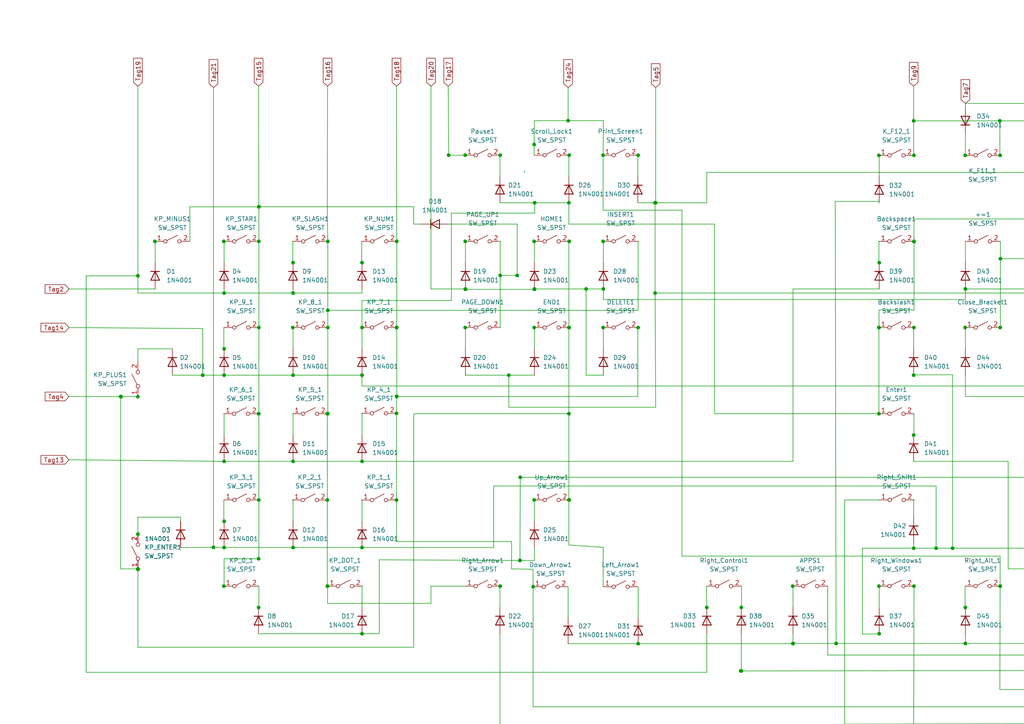
<source format=kicad_sch>
(kicad_sch (version 20211123) (generator eeschema)
  (paper "A4")
  (junction (at 164.78 35))
  (junction (at 254.92 170))
  (junction (at 242.5037 186.6361))
  (junction (at 495 51.19))
  (junction (at 480 135))
  (junction (at 555.08 45))
  (junction (at 355 76.19))
  (junction (at 65 85))
  (junction (at 463.2587 70))
  (junction (at 355 101.19))
  (junction (at 619.92 120))
  (junction (at 145.08 79.8917))
  (junction (at 40 80))
  (junction (at 414.89 70.01))
  (junction (at 619.6 144.8937))
  (junction (at 254.92 120))
  (junction (at 35 115))
  (junction (at 154.92 95))
  (junction (at 415.08 45))
  (junction (at 75.08 60))
  (junction (at 85 85))
  (junction (at 435.316 108.81))
  (junction (at 305 101.19))
  (junction (at 154.62 170.18))
  (junction (at 174.92 70))
  (junction (at 215 194.6076))
  (junction (at 254.92 45.0526))
  (junction (at 280 186.6361))
  (junction (at 505.08 95))
  (junction (at 534.92 95))
  (junction (at 154.92 70))
  (junction (at 105 108.81))
  (junction (at 155.0908 58.81))
  (junction (at 435.08 45))
  (junction (at 150.81 162.56))
  (junction (at 75 176.19))
  (junction (at 170 83.81))
  (junction (at 64.92 170))
  (junction (at 134.92 95))
  (junction (at 290.08 45.0526))
  (junction (at 639.9396 83.81))
  (junction (at 487.2205 108.81))
  (junction (at 190.18 58.8151))
  (junction (at 569.92 70))
  (junction (at 580 76.19))
  (junction (at 94.93 145.034))
  (junction (at 304.92 70))
  (junction (at 150.7989 162.56))
  (junction (at 271.5172 159.004))
  (junction (at 544.92 70))
  (junction (at 404.81 164.94))
  (junction (at 479.74 162.708))
  (junction (at 414.84 95))
  (junction (at 620.1023 133.81))
  (junction (at 75.08 95))
  (junction (at 165 58.81))
  (junction (at 569.92 95))
  (junction (at 265.08 70))
  (junction (at 265 159.004))
  (junction (at 505.08 70))
  (junction (at 155 83.81))
  (junction (at 424.97 85.01))
  (junction (at 365.08 95))
  (junction (at 95 170))
  (junction (at 340.08 45))
  (junction (at 535 151.19))
  (junction (at 355 85))
  (junction (at 374.244 45))
  (junction (at 545 51.19))
  (junction (at 265 35.0526))
  (junction (at 404.81 164.9696))
  (junction (at 354.92 45))
  (junction (at 480.08 145))
  (junction (at 85 133.81))
  (junction (at 165 120))
  (junction (at 304.92 126.19))
  (junction (at 315 63.5))
  (junction (at 340 133.81))
  (junction (at 315 120))
  (junction (at 530.08 95))
  (junction (at 185.1 186.69))
  (junction (at 165.08 45))
  (junction (at 35.0958 115.0958))
  (junction (at 40 165))
  (junction (at 545.08 120))
  (junction (at 414.89 144.94))
  (junction (at 480 101.19))
  (junction (at 255 76.19))
  (junction (at 444.84 95))
  (junction (at 150 79.8917))
  (junction (at 134.92 45))
  (junction (at 569.92 120))
  (junction (at 435.29 108.8658))
  (junction (at 255 183.81))
  (junction (at 425.08 120))
  (junction (at 444.92 151.19))
  (junction (at 254.92 95))
  (junction (at 435.316 108.9076))
  (junction (at 44.92 70))
  (junction (at 444.92 164.9696))
  (junction (at 505.08 45))
  (junction (at 595 101.19))
  (junction (at 65 151.19))
  (junction (at 514.0267 70))
  (junction (at 444.92 165))
  (junction (at 555 87.5621))
  (junction (at 630 175))
  (junction (at 61.91 158.75))
  (junction (at 254.95 94.996))
  (junction (at 165.08 145))
  (junction (at 580 87.5621))
  (junction (at 479.74 162.6697))
  (junction (at 455.08 170))
  (junction (at 485.6628 135))
  (junction (at 619.6 145))
  (junction (at 175 83.81))
  (junction (at 130.1229 45))
  (junction (at 414.92 95))
  (junction (at 94.93 120))
  (junction (at 75.08 59.9679))
  (junction (at 154.92 41.91))
  (junction (at 265.11 70.104))
  (junction (at 58.81 108.81))
  (junction (at 414.92 69.7403))
  (junction (at 355 126.19))
  (junction (at 469.92 45))
  (junction (at 455 70))
  (junction (at 154.92 145))
  (junction (at 365.08 70))
  (junction (at 580 126.19))
  (junction (at 75 120))
  (junction (at 280 176.19))
  (junction (at 424.97 76.2))
  (junction (at 190 85))
  (junction (at 405 59.0694))
  (junction (at 319.9999 70))
  (junction (at 455 145))
  (junction (at 265.08 95))
  (junction (at 630 76.19))
  (junction (at 85 158.81))
  (junction (at 494.92 95))
  (junction (at 315 35.0526))
  (junction (at 95.08 90))
  (junction (at 354.92 120))
  (junction (at 365.08 120))
  (junction (at 435.0596 58.81))
  (junction (at 304.92 45.0526))
  (junction (at 65 133.81))
  (junction (at 414.97 69.7403))
  (junction (at 105 158.81))
  (junction (at 345 58.81))
  (junction (at 315.08 45.0526))
  (junction (at 345 108.81))
  (junction (at 315.08 70))
  (junction (at 394.7096 194.352))
  (junction (at 435 58.81))
  (junction (at 470 62.2246))
  (junction (at 215 176.19))
  (junction (at 305 162.708))
  (junction (at 414.97 120))
  (junction (at 620 133.81))
  (junction (at 290 35.0526))
  (junction (at 75.08 70))
  (junction (at 75 162.073))
  (junction (at 415 65))
  (junction (at 530 76.19))
  (junction (at 605 45))
  (junction (at 105 94.996))
  (junction (at 505.08 145))
  (junction (at 605.08 120))
  (junction (at 605 70))
  (junction (at 365 151.19))
  (junction (at 75.08 120))
  (junction (at 165.08 95))
  (junction (at 75.08 145))
  (junction (at 65 158.81))
  (junction (at 105 76.19))
  (junction (at 145.08 45))
  (junction (at 534.92 111.519))
  (junction (at 415.0225 69.9903))
  (junction (at 114.996 145.034))
  (junction (at 304.92 138.43))
  (junction (at 290.08 95))
  (junction (at 394.7096 85.01))
  (junction (at 530 87.5733))
  (junction (at 64.92 70))
  (junction (at 414.92 120))
  (junction (at 265 126.19))
  (junction (at 530 126.19))
  (junction (at 444.92 133.81))
  (junction (at 329.92 35))
  (junction (at 639.76 123.19))
  (junction (at 290.08 170))
  (junction (at 185.08 45))
  (junction (at 65 101.19))
  (junction (at 485.5597 185))
  (junction (at 480 76.19))
  (junction (at 530 165))
  (junction (at 444.84 120))
  (junction (at 40 165.1))
  (junction (at 265.08 170))
  (junction (at 455 95))
  (junction (at 505.0187 120))
  (junction (at 630.08 120))
  (junction (at 555 87.5733))
  (junction (at 390 51.19))
  (junction (at 65 108.81))
  (junction (at 340 108.81))
  (junction (at 230 186.6361))
  (junction (at 365.08 45))
  (junction (at 595 76.19))
  (junction (at 134.92 70))
  (junction (at 424.97 85))
  (junction (at 440.37 85))
  (junction (at 480 126.19))
  (junction (at 414.92 95.25))
  (junction (at 165 145))
  (junction (at 505 35))
  (junction (at 560 158.81))
  (junction (at 94.93 170))
  (junction (at 414.9425 95.25))
  (junction (at 230 186.69))
  (junction (at 605.08 95))
  (junction (at 304.92 145))
  (junction (at 279.92 45.0526))
  (junction (at 505.08 120))
  (junction (at 165 95))
  (junction (at 265 108.81))
  (junction (at 95.08 95))
  (junction (at 425 133.81))
  (junction (at 315 35))
  (junction (at 435.29 108.81))
  (junction (at 535 108.81))
  (junction (at 435.0596 85))
  (junction (at 115.08 115))
  (junction (at 205 176.19))
  (junction (at 544.92 95))
  (junction (at 535 126.19))
  (junction (at 455 120))
  (junction (at 595 151.19))
  (junction (at 605 95))
  (junction (at 95.08 70))
  (junction (at 485.6799 35))
  (junction (at 40.066 165.1))
  (junction (at 115 115))
  (junction (at 505 120))
  (junction (at 315 45.0526))
  (junction (at 214.8492 194.6076))
  (junction (at 630 51.19))
  (junction (at 105 133.81))
  (junction (at 155 83.9335))
  (junction (at 632.3 145))
  (junction (at 276.286 159.004))
  (junction (at 135 83.81))
  (junction (at 135 83.9335))
  (junction (at 404.73 144.94))
  (junction (at 569.92 170))
  (junction (at 355 151.19))
  (junction (at 650.08 145))
  (junction (at 340 76.19))
  (junction (at 265.08 45.0526))
  (junction (at 85 76.19))
  (junction (at 279.92 95))
  (junction (at 340.08 95))
  (junction (at 315 95))
  (junction (at 280 83.81))
  (junction (at 315.08 120))
  (junction (at 520 51.19))
  (junction (at 340.08 120))
  (junction (at 555 76.19))
  (junction (at 85 108.81))
  (junction (at 530 87.63))
  (junction (at 340 85))
  (junction (at 115.08 70))
  (junction (at 630.08 95))
  (junction (at 545 120))
  (junction (at 495 151.19))
  (junction (at 229.92 170))
  (junction (at 40 115.08))
  (junction (at 114.996 119.888))
  (junction (at 340 126.19))
  (junction (at 40 165.08))
  (junction (at 495 76.19))
  (junction (at 114.996 94.996))
  (junction (at 530 151.19))
  (junction (at 414.97 70.01))
  (junction (at 185.08 95))
  (junction (at 290.08 169.9884))
  (junction (at 569.92 114.9712))
  (junction (at 95.08 120))
  (junction (at 105 183.81))
  (junction (at 290.16 75.0302))
  (junction (at 190 58.81))
  (junction (at 315.08 89.9591))
  (junction (at 485 83.81))
  (junction (at 444.92 76.19))
  (junction (at 165.08 70))
  (junction (at 84.92 95))
  (junction (at 315 70))
  (junction (at 355 165))
  (junction (at 147.584 108.81))
  (junction (at 190 58.8151))
  (junction (at 560 151.19))
  (junction (at 535 165))
  (junction (at 580 101.19))
  (junction (at 174.92 95))
  (junction (at 355 133.81))
  (junction (at 530 140))
  (junction (at 40 154.92))
  (junction (at 145.08 170))
  (junction (at 115.08 94.996))
  (junction (at 174.92 45))
  (junction (at 150.9002 138.43))
  (junction (at 405 51.19))
  (junction (at 315.08 95))
  (junction (at 605.08 70))
  (junction (at 95 120))
  (junction (at 530.08 45))
  (wire (pts (xy 230 183.81) (xy 230 186.6361)))
  (wire (pts (xy 340.08 126.19) (xy 340 126.19)))
  (wire (pts (xy 570 176.19) (xy 570 170)))
  (wire (pts (xy 75.08 145) (xy 75.08 162.073)))
  (wire (pts (xy 485.6799 35) (xy 505 35)))
  (wire (pts (xy 480.08 76.19) (xy 480 76.19)))
  (wire (pts (xy 505 35) (xy 505 45)))
  (wire (pts (xy 414.92 95) (xy 414.84 95)))
  (wire (pts (xy 75.08 120) (xy 75.08 145)))
  (wire (pts (xy 455 120) (xy 455 145)))
  (wire (pts (xy 120 187.7264) (xy 120 120)))
  (wire (pts (xy 165 145) (xy 165.08 145)))
  (wire (pts (xy 40 187.7264) (xy 120 187.7264)))
  (wire (pts (xy 505.0187 145) (xy 505.08 145)))
  (wire (pts (xy 170 108.81) (xy 170 83.81)))
  (wire (pts (xy 444.92 95) (xy 444.84 95)))
  (wire (pts (xy 495 95) (xy 494.92 95)))
  (wire (pts (xy 374.244 45) (xy 374.244 25.4)))
  (wire (pts (xy 354.92 126.19) (xy 355 126.19)))
  (wire (pts (xy 143.19 140.97) (xy 271.5172 140.97)))
  (wire (pts (xy 207.247 120) (xy 207.247 65)))
  (wire (pts (xy 530.08 126.19) (xy 530 126.19)))
  (wire (pts (xy 530 165) (xy 535 165)))
  (wire (pts (xy 155 151.19) (xy 155 145)))
  (wire (pts (xy 170 83.81) (xy 175 83.81)))
  (wire (pts (xy 279.92 176.19) (xy 280 176.19)))
  (wire (pts (xy 265.11 170) (xy 265.08 170)))
  (wire (pts (xy 197.8 60.96) (xy 197.8 161.29)))
  (wire (pts (xy 440.37 85) (xy 440.37 87.63)))
  (wire (pts (xy 105 170) (xy 105.16 170)))
  (wire (pts (xy 52.38 150) (xy 52.38 151.19)))
  (wire (pts (xy 480.08 95) (xy 480.08 101.19)))
  (wire (pts (xy 455 170) (xy 455.08 170)))
  (wire (pts (xy 605.08 70) (xy 619.92 70)))
  (wire (pts (xy 544.92 70) (xy 544.92 95)))
  (wire (pts (xy 85 158.81) (xy 105 158.81)))
  (wire (pts (xy 61.91 158.75) (xy 61.91 25.4)))
  (wire (pts (xy 290 200) (xy 580.08 200)))
  (wire (pts (xy 85 126.19) (xy 85 120)))
  (wire (pts (xy 130.9167 87.1585) (xy 130.9167 61.8185)))
  (wire (pts (xy 315 45.0526) (xy 315 63.5)))
  (wire (pts (xy 154.92 41.91) (xy 154.92 45)))
  (wire (pts (xy 632.3 145) (xy 634.92 145)))
  (wire (pts (xy 315.13 75.0402) (xy 290.16 75.0302)))
  (wire (pts (xy 340 95) (xy 340.08 95)))
  (wire (pts (xy 255 58.42) (xy 242.25 58.42)))
  (wire (pts (xy 65 133.81) (xy 85 133.81)))
  (wire (pts (xy 75.08 170) (xy 75.08 176.19)))
  (wire (pts (xy 340 58.81) (xy 345 58.81)))
  (wire (pts (xy 505 70) (xy 505.08 70)))
  (wire (pts (xy 480.08 45) (xy 480 35)))
  (wire (pts (xy 185.1 179.07) (xy 185.1 170.18)))
  (wire (pts (xy 530.08 120) (xy 530.08 126.19)))
  (wire (pts (xy 400 59.0694) (xy 405 59.0694)))
  (wire (pts (xy 374.244 45) (xy 379.92 45)))
  (wire (pts (xy 535 111.519) (xy 534.92 111.519)))
  (wire (pts (xy 315 70) (xy 315.08 70)))
  (wire (pts (xy 495 58.81) (xy 487.2205 58.81)))
  (wire (pts (xy 494.92 132.62) (xy 494.92 135)))
  (wire (pts (xy 290.08 169.9884) (xy 290.08 170)))
  (wire (pts (xy 85 83.81) (xy 85 85)))
  (wire (pts (xy 470 45) (xy 470 51.19)))
  (wire (pts (xy 605 45) (xy 619.92 45)))
  (wire (pts (xy 280 30) (xy 400 30)))
  (wire (pts (xy 555 83.81) (xy 555 87.5621)))
  (wire (pts (xy 120 120) (xy 165 120)))
  (wire (pts (xy 629.92 175) (xy 630 175)))
  (wire (pts (xy 95.08 95) (xy 95.08 120)))
  (wire (pts (xy 630 225) (xy 629.92 175)))
  (wire (pts (xy 40 80) (xy 40 25)))
  (wire (pts (xy 85 95) (xy 84.92 95)))
  (wire (pts (xy 207.247 120) (xy 254.92 120)))
  (wire (pts (xy 639.92 170) (xy 639.76 130.81)))
  (wire (pts (xy 305 158.81) (xy 305 162.708)))
  (wire (pts (xy 242.5037 186.6361) (xy 280 186.6361)))
  (wire (pts (xy 150.9002 138.43) (xy 150.81 162.56)))
  (wire (pts (xy 305 45.0526) (xy 305 51.2426)))
  (wire (pts (xy 535 95) (xy 534.92 95)))
  (wire (pts (xy 595 87.5621) (xy 580 87.5621)))
  (wire (pts (xy 620 126.19) (xy 620 120)))
  (wire (pts (xy 45 70) (xy 44.92 70)))
  (wire (pts (xy 480 35) (xy 485.6799 35)))
  (wire (pts (xy 435.29 114.3) (xy 400 114.2442)))
  (wire (pts (xy 580.08 120) (xy 580.08 126.19)))
  (wire (pts (xy 85 120) (xy 84.84 120)))
  (wire (pts (xy 305 108.81) (xy 305 115)))
  (wire (pts (xy 435 45) (xy 435.08 45)))
  (wire (pts (xy 64.92 145) (xy 64.92 151.19)))
  (wire (pts (xy 145 210) (xy 145 183.81)))
  (wire (pts (xy 105 87.1585) (xy 105 94.996)))
  (wire (pts (xy 404.81 164.94) (xy 397.27 164.94)))
  (wire (pts (xy 632.14 209.63) (xy 632.3 145)))
  (wire (pts (xy 265.11 63.5) (xy 315 63.5)))
  (wire (pts (xy 64.92 151.19) (xy 65 151.19)))
  (wire (pts (xy 164.78 170.18) (xy 164.78 179.07)))
  (wire (pts (xy 292.4115 165) (xy 292.4115 133.81)))
  (wire (pts (xy 280 83.81) (xy 280 86.8724)))
  (wire (pts (xy 544.92 70) (xy 535.68 70)))
  (wire (pts (xy 105 126.19) (xy 105 119.888)))
  (wire (pts (xy 630.08 145) (xy 632.3 145)))
  (wire (pts (xy 155 145) (xy 154.92 145)))
  (wire (pts (xy 444.92 140) (xy 444.92 133.81)))
  (wire (pts (xy 64.92 95) (xy 64.92 101.19)))
  (wire (pts (xy 415.08 45) (xy 414.97 64.77)))
  (wire (pts (xy 444.84 76.19) (xy 444.92 76.19)))
  (wire (pts (xy 64.92 101.19) (xy 65 101.19)))
  (wire (pts (xy 134.92 45) (xy 135 45)))
  (wire (pts (xy 155 83.9335) (xy 155 83.81)))
  (wire (pts (xy 148.3712 165) (xy 148.3712 157.0987)))
  (wire (pts (xy 52.38 154.94) (xy 52.38 155)))
  (wire (pts (xy 165 45) (xy 165.08 45)))
  (wire (pts (xy 304.92 138.43) (xy 150.9002 138.43)))
  (wire (pts (xy 155 95) (xy 154.92 95)))
  (wire (pts (xy 605 95) (xy 605.08 95)))
  (wire (pts (xy 580.08 126.19) (xy 580 126.19)))
  (wire (pts (xy 520 58.81) (xy 545 58.81)))
  (wire (pts (xy 94.93 145.034) (xy 94.93 170)))
  (wire (pts (xy 619.84 175) (xy 619.92 181.19)))
  (wire (pts (xy 145 176.19) (xy 145 170)))
  (wire (pts (xy 205 58.81) (xy 190 58.81)))
  (wire (pts (xy 45 76.19) (xy 45 70)))
  (wire (pts (xy 155 70) (xy 154.92 70)))
  (wire (pts (xy 530 165) (xy 444.92 165)))
  (wire (pts (xy 65 126.19) (xy 65 120)))
  (wire (pts (xy 505.08 70) (xy 505.08 95)))
  (wire (pts (xy 534.92 126.19) (xy 535 126.19)))
  (wire (pts (xy 75.08 60) (xy 75 25)))
  (wire (pts (xy 632.14 107.95) (xy 632.14 133.81)))
  (wire (pts (xy 555.08 76.19) (xy 555 76.19)))
  (wire (pts (xy 65 108.81) (xy 85 108.81)))
  (wire (pts (xy 242.5037 186.6361) (xy 242.4988 186.842)))
  (wire (pts (xy 455 176.19) (xy 455 170)))
  (wire (pts (xy 569.92 114.9712) (xy 630.08 115)))
  (wire (pts (xy 135 83.9335) (xy 155 83.9335)))
  (wire (pts (xy 255 176.19) (xy 255 170)))
  (wire (pts (xy 494.92 125) (xy 494.92 120)))
  (wire (pts (xy 185 95) (xy 185.08 95)))
  (wire (pts (xy 530.08 76.19) (xy 530 76.19)))
  (wire (pts (xy 650 205) (xy 394.65 204.47)))
  (wire (pts (xy 630 95) (xy 630.08 95)))
  (wire (pts (xy 440.37 87.63) (xy 530 87.63)))
  (wire (pts (xy 414.92 120) (xy 414.92 95.25)))
  (wire (pts (xy 400 114.2442) (xy 400 120)))
  (wire (pts (xy 174.92 60.96) (xy 197.8 60.96)))
  (wire (pts (xy 230 186.6361) (xy 230 186.69)))
  (wire (pts (xy 530 108.81) (xy 535 108.81)))
  (wire (pts (xy 545.08 120) (xy 545.08 145)))
  (wire (pts (xy 165 70) (xy 165.08 70)))
  (wire (pts (xy 215.08 176.19) (xy 215 176.19)))
  (wire (pts (xy 230 83.81) (xy 255 83.81)))
  (wire (pts (xy 594.92 101.19) (xy 595 101.19)))
  (wire (pts (xy 444.92 101.19) (xy 444.92 95)))
  (wire (pts (xy 645.08 145) (xy 650.08 145)))
  (wire (pts (xy 135 83.9335) (xy 135 83.81)))
  (wire (pts (xy 639.9396 83.81) (xy 630 83.81)))
  (wire (pts (xy 444.84 151.19) (xy 444.92 151.19)))
  (wire (pts (xy 329.92 35) (xy 330 35)))
  (wire (pts (xy 340 159.004) (xy 276.286 159.004)))
  (wire (pts (xy 95 120) (xy 94.93 120)))
  (wire (pts (xy 560 158.81) (xy 560 165)))
  (wire (pts (xy 404.92 51.19) (xy 405 51.19)))
  (wire (pts (xy 415 65) (xy 414.97 64.77)))
  (wire (pts (xy 425.05 76.2) (xy 424.97 76.2)))
  (wire (pts (xy 255 51.2426) (xy 255 45.0526)))
  (wire (pts (xy 425 108.81) (xy 435.29 108.81)))
  (wire (pts (xy 632.14 95) (xy 632.14 100.33)))
  (wire (pts (xy 390.08 45) (xy 390.08 51.19)))
  (wire (pts (xy 414.97 144.94) (xy 414.97 120)))
  (wire (pts (xy 425 95) (xy 425 101.19)))
  (wire (pts (xy 315 45.0526) (xy 315.08 45.0526)))
  (wire (pts (xy 304.92 45.0526) (xy 305 45.0526)))
  (wire (pts (xy 265.08 126.19) (xy 265 126.19)))
  (wire (pts (xy 404.81 144.94) (xy 404.73 144.94)))
  (wire (pts (xy 315 120) (xy 315 95)))
  (wire (pts (xy 165 95) (xy 165 120)))
  (wire (pts (xy 480 158.81) (xy 479.74 158.81)))
  (wire (pts (xy 514.0267 31.75) (xy 514.03 25.4)))
  (wire (pts (xy 85 108.81) (xy 105 108.81)))
  (wire (pts (xy 35 115) (xy 35.0958 115.0958)))
  (wire (pts (xy 75.08 120) (xy 75 120)))
  (wire (pts (xy 535.68 45) (xy 530.08 45)))
  (wire (pts (xy 534.92 120) (xy 534.92 126.19)))
  (wire (pts (xy 320 53.7844) (xy 319.9999 63.6747)))
  (wire (pts (xy 425.05 70.01) (xy 425.05 76.2)))
  (wire (pts (xy 345 58.81) (xy 355 58.81)))
  (wire (pts (xy 254.92 76.19) (xy 255 76.19)))
  (wire (pts (xy 494.92 151.19) (xy 495 151.19)))
  (wire (pts (xy 276.286 108.712) (xy 265.11 108.712)))
  (wire (pts (xy 254.95 183.896) (xy 255 183.81)))
  (wire (pts (xy 340 108.81) (xy 345 108.81)))
  (wire (pts (xy 485 83.81) (xy 495 83.81)))
  (wire (pts (xy 315 35.0526) (xy 315 45.0526)))
  (wire (pts (xy 404.81 164.9696) (xy 404.81 164.94)))
  (wire (pts (xy 485.6628 135) (xy 494.92 135)))
  (wire (pts (xy 155 158.81) (xy 155 162.56)))
  (wire (pts (xy 630.08 70) (xy 630.08 76.19)))
  (wire (pts (xy 190 58.81) (xy 190 58.8151)))
  (wire (pts (xy 105 151.19) (xy 105 145.034)))
  (wire (pts (xy 444.92 164.9696) (xy 444.92 165)))
  (wire (pts (xy 130.1229 45) (xy 130 25)))
  (wire (pts (xy 340.08 120) (xy 340.08 126.19)))
  (wire (pts (xy 143.19 158.81) (xy 143.19 140.97)))
  (wire (pts (xy 435.316 108.81) (xy 435.316 108.9076)))
  (wire (pts (xy 650.08 145) (xy 650.08 158.75)))
  (wire (pts (xy 494.92 76.19) (xy 495 76.19)))
  (wire (pts (xy 639.6996 123.19) (xy 639.76 123.19)))
  (wire (pts (xy 424.97 85) (xy 424.97 85.01)))
  (wire (pts (xy 530 87.5733) (xy 530 83.81)))
  (wire (pts (xy 619.6 156.21) (xy 619.6 158.75)))
  (wire (pts (xy 154.62 165.1) (xy 154.62 170.18)))
  (wire (pts (xy 555 87.5733) (xy 530 87.5733)))
  (wire (pts (xy 365.08 45) (xy 365.08 70)))
  (wire (pts (xy 115.08 70) (xy 115.08 94.996)))
  (wire (pts (xy 530 95) (xy 530.08 95)))
  (wire (pts (xy 485.5597 136.2313) (xy 485.6628 135)))
  (wire (pts (xy 304.84 126.19) (xy 304.92 126.19)))
  (wire (pts (xy 40 80) (xy 25 80)))
  (wire (pts (xy 145 45) (xy 145.08 45)))
  (wire (pts (xy 455 185) (xy 485.5597 185)))
  (wire (pts (xy 265.08 70) (xy 265.11 63.5)))
  (wire (pts (xy 390 205) (xy 390 170)))
  (wire (pts (xy 650.08 158.75) (xy 619.6 158.75)))
  (wire (pts (xy 530 101.19) (xy 530 95)))
  (wire (pts (xy 254.92 170) (xy 255 170)))
  (wire (pts (xy 115 120) (xy 114.996 145.034)))
  (wire (pts (xy 125 175) (xy 125 170)))
  (wire (pts (xy 414.97 70.01) (xy 414.89 70.01)))
  (wire (pts (xy 265 157.62) (xy 265 159.004)))
  (wire (pts (xy 114.996 157.0987) (xy 114.996 145.034)))
  (wire (pts (xy 175 101.19) (xy 175 95)))
  (wire (pts (xy 365.08 45) (xy 374.244 45)))
  (wire (pts (xy 155 101.19) (xy 155 95)))
  (wire (pts (xy 230 170) (xy 230 176.19)))
  (wire (pts (xy 379.97 85.01) (xy 355 85)))
  (wire (pts (xy 65 70) (xy 64.92 70)))
  (wire (pts (xy 354.92 151.19) (xy 355 151.19)))
  (wire (pts (xy 130.9167 61.8185) (xy 155.0908 61.8185)))
  (wire (pts (xy 340.08 76.19) (xy 340 76.19)))
  (wire (pts (xy 394.7096 85.01) (xy 424.97 85.01)))
  (wire (pts (xy 400 59.0694) (xy 400 30)))
  (wire (pts (xy 85 85) (xy 65 85)))
  (wire (pts (xy 105 119.888) (xy 104.836 119.888)))
  (wire (pts (xy 435.316 108.9076) (xy 435.29 114.3)))
  (wire (pts (xy 215 183.81) (xy 215 194.6076)))
  (wire (pts (xy 480.08 126.19) (xy 480 126.19)))
  (wire (pts (xy 605.08 120) (xy 605.08 145)))
  (wire (pts (xy 580 83.81) (xy 580 87.5621)))
  (wire (pts (xy 404.81 158.75) (xy 404.81 164.94)))
  (wire (pts (xy 479.74 162.708) (xy 305 162.708)))
  (wire (pts (xy 290 35.0526) (xy 315 35.0526)))
  (wire (pts (xy 555.08 45) (xy 569.92 45)))
  (wire (pts (xy 620.1023 133.81) (xy 620 135)))
  (wire (pts (xy 175 95) (xy 174.92 95)))
  (wire (pts (xy 279.92 170) (xy 279.92 176.19)))
  (wire (pts (xy 254.95 183.896) (xy 250.124 183.896)))
  (wire (pts (xy 435.0596 85) (xy 440.37 85)))
  (wire (pts (xy 290 35.0526) (xy 290 45.0526)))
  (wire (pts (xy 594.92 76.19) (xy 595 76.19)))
  (wire (pts (xy 530.08 151.19) (xy 530 151.19)))
  (wire (pts (xy 75.08 95) (xy 75.08 120)))
  (wire (pts (xy 345 111.519) (xy 534.92 111.519)))
  (wire (pts (xy 145.08 79.8917) (xy 145.08 95)))
  (wire (pts (xy 605 45) (xy 605 70)))
  (wire (pts (xy 620.1023 133.81) (xy 632.14 133.81)))
  (wire (pts (xy 95.08 90) (xy 95.08 95)))
  (wire (pts (xy 535 108.81) (xy 535 111.519)))
  (wire (pts (xy 305 76.19) (xy 305 70)))
  (wire (pts (xy 544.92 51.19) (xy 545 51.19)))
  (wire (pts (xy 245 210) (xy 632.14 209.63)))
  (wire (pts (xy 165 120) (xy 165 145)))
  (wire (pts (xy 20 133.35) (xy 65 133.81)))
  (wire (pts (xy 265 35.0526) (xy 290 35.0526)))
  (wire (pts (xy 345 65) (xy 345 58.81)))
  (wire (pts (xy 265 35.0526) (xy 265 25)))
  (wire (pts (xy 175 108.81) (xy 170 108.81)))
  (wire (pts (xy 535 158.81) (xy 535 165)))
  (wire (pts (xy 290.16 95) (xy 290.08 95)))
  (wire (pts (xy 265 159.004) (xy 271.5172 159.004)))
  (wire (pts (xy 207.247 65) (xy 165 65)))
  (wire (pts (xy 40 101.19) (xy 40 104.92)))
  (wire (pts (xy 534.92 145) (xy 534.92 151.19)))
  (wire (pts (xy 94.93 63.26) (xy 95.08 70)))
  (wire (pts (xy 495 158.81) (xy 495 162.6697)))
  (wire (pts (xy 65 108.81) (xy 58.81 108.81)))
  (wire (pts (xy 630.08 76.19) (xy 630 76.19)))
  (wire (pts (xy 545 120) (xy 545.08 120)))
  (wire (pts (xy 155 76.19) (xy 155 70)))
  (wire (pts (xy 340 108.81) (xy 340 111.9573)))
  (wire (pts (xy 65 170) (xy 64.92 170)))
  (wire (pts (xy 580.08 95) (xy 580.08 101.19)))
  (wire (pts (xy 519.92 45) (xy 519.92 51.19)))
  (wire (pts (xy 190 58.8151) (xy 190 85)))
  (wire (pts (xy 145 170) (xy 145.08 170)))
  (wire (pts (xy 145.08 70) (xy 145.08 79.8917)))
  (wire (pts (xy 494.92 51.19) (xy 495 51.19)))
  (wire (pts (xy 340.08 120) (xy 354.92 120)))
  (wire (pts (xy 265.11 70.104) (xy 265.08 70)))
  (wire (pts (xy 494.92 145) (xy 494.92 151.19)))
  (wire (pts (xy 414.97 120) (xy 414.92 120)))
  (wire (pts (xy 354.92 101.19) (xy 355 101.19)))
  (wire (pts (xy 50 108.81) (xy 58.81 108.81)))
  (wire (pts (xy 145.08 79.8917) (xy 150 79.8917)))
  (wire (pts (xy 245 145) (xy 245 210)))
  (wire (pts (xy 204.92 176.19) (xy 205 176.19)))
  (wire (pts (xy 85 145.034) (xy 84.77 145.034)))
  (wire (pts (xy 255 145) (xy 245 145)))
  (wire (pts (xy 205 50) (xy 205 58.81)))
  (wire (pts (xy 530 133.81) (xy 530 140)))
  (wire (pts (xy 165 51.19) (xy 165 45)))
  (wire (pts (xy 514.0267 70) (xy 514.0267 31.75)))
  (wire (pts (xy 505 120) (xy 505.0187 120)))
  (wire (pts (xy 560 158.81) (xy 595 158.81)))
  (wire (pts (xy 105 83.81) (xy 105 85)))
  (wire (pts (xy 485.5597 185) (xy 570 185)))
  (wire (pts (xy 435.0596 58.81) (xy 435 58.81)))
  (wire (pts (xy 125 170) (xy 134.92 170)))
  (wire (pts (xy 612.7452 133.81) (xy 620 133.81)))
  (wire (pts (xy 559.92 145) (xy 559.92 151.19)))
  (wire (pts (xy 580 133.81) (xy 595 133.81)))
  (wire (pts (xy 165 145) (xy 165 158.0657)))
  (wire (pts (xy 455 95) (xy 469.92 95)))
  (wire (pts (xy 94.93 170) (xy 95 170)))
  (wire (pts (xy 147.584 118.11) (xy 190.18 118.11)))
  (wire (pts (xy 300 58.8626) (xy 305 58.8626)))
  (wire (pts (xy 95 170) (xy 95 175)))
  (wire (pts (xy 305 70) (xy 304.92 70)))
  (wire (pts (xy 340 101.19) (xy 340 95)))
  (wire (pts (xy 58.81 95.2997) (xy 58.81 108.81)))
  (wire (pts (xy 444.92 126.19) (xy 444.92 120)))
  (wire (pts (xy 152.08 49.53) (xy 152.2055 50)))
  (wire (pts (xy 390.08 51.19) (xy 390 51.19)))
  (wire (pts (xy 40 115) (xy 40 115.08)))
  (wire (pts (xy 594.92 95) (xy 594.92 101.19)))
  (wire (pts (xy 290.16 70) (xy 290.16 75.0302)))
  (wire (pts (xy 555.08 70) (xy 555.08 76.19)))
  (wire (pts (xy 530.08 145) (xy 530.08 151.19)))
  (wire (pts (xy 175 86.8724) (xy 175 83.81)))
  (wire (pts (xy 375 65) (xy 345 65)))
  (wire (pts (xy 85 101.19) (xy 85 95)))
  (wire (pts (xy 470 58.81) (xy 470 62.2246)))
  (wire (pts (xy 95.08 90) (xy 185.08 90)))
  (wire (pts (xy 479.74 162.6697) (xy 479.74 162.708)))
  (wire (pts (xy 414.92 69.7403) (xy 414.97 69.7403)))
  (wire (pts (xy 197.8 161.29) (xy 290.08 161.29)))
  (wire (pts (xy 190.18 118.11) (xy 190 85)))
  (wire (pts (xy 404.81 144.94) (xy 404.81 151.13)))
  (wire (pts (xy 494.92 70) (xy 494.92 76.19)))
  (wire (pts (xy 630.08 51.19) (xy 630 51.19)))
  (wire (pts (xy 265 215) (xy 265.11 170)))
  (wire (pts (xy 75.08 176.19) (xy 75 176.19)))
  (wire (pts (xy 580 108.81) (xy 595 108.81)))
  (wire (pts (xy 340 85) (xy 355 85)))
  (wire (pts (xy 480 135) (xy 480 133.81)))
  (wire (pts (xy 394.7096 194.352) (xy 394.65 204.47)))
  (wire (pts (xy 75 183.81) (xy 105 183.81)))
  (wire (pts (xy 300 50) (xy 300 58.8626)))
  (wire (pts (xy 315 35) (xy 315 35.0526)))
  (wire (pts (xy 440.37 85) (xy 444.92 85)))
  (wire (pts (xy 374.244 25.4) (xy 374.33 25.4)))
  (wire (pts (xy 535 133.81) (xy 535 140)))
  (wire (pts (xy 494.92 45) (xy 494.92 51.19)))
  (wire (pts (xy 115.08 115) (xy 185 115)))
  (wire (pts (xy 20 95) (xy 58.81 95.2997)))
  (wire (pts (xy 315.08 95) (xy 329.92 95)))
  (wire (pts (xy 560 165) (xy 535 165)))
  (wire (pts (xy 514.0267 70) (xy 519.92 70)))
  (wire (pts (xy 85 151.19) (xy 85 145.034)))
  (wire (pts (xy 544.92 45) (xy 544.92 51.19)))
  (wire (pts (xy 154.62 170.18) (xy 154.62 205)))
  (wire (pts (xy 279.92 95) (xy 280 95)))
  (wire (pts (xy 75 162.073) (xy 65 162.073)))
  (wire (pts (xy 345 108.81) (xy 345 111.519)))
  (wire (pts (xy 305 145) (xy 304.92 145)))
  (wire (pts (xy 315.08 70) (xy 319.9999 70)))
  (wire (pts (xy 94.93 120) (xy 94.93 145.034)))
  (wire (pts (xy 190.18 25.4) (xy 190.18 58.8151)))
  (wire (pts (xy 495 95) (xy 495 101.19)))
  (wire (pts (xy 84.92 76.19) (xy 85 76.19)))
  (wire (pts (xy 320 25) (xy 320 53.7844)))
  (wire (pts (xy 304.92 95) (xy 304.92 101.19)))
  (wire (pts (xy 580 87.5621) (xy 555 87.5621)))
  (wire (pts (xy 394.7096 85.01) (xy 394.7096 194.352)))
  (wire (pts (xy 154.62 205) (xy 390 205)))
  (wire (pts (xy 292.4115 133.81) (xy 265 133.81)))
  (wire (pts (xy 580.08 200) (xy 580.08 170)))
  (wire (pts (xy 304.92 101.19) (xy 305 101.19)))
  (wire (pts (xy 104.92 76.19) (xy 105 76.19)))
  (wire (pts (xy 485 90) (xy 375 90)))
  (wire (pts (xy 544.92 108.81) (xy 545.08 108.81)))
  (wire (pts (xy 95.08 70) (xy 95.08 90)))
  (wire (pts (xy 594.92 145) (xy 594.92 151.19)))
  (wire (pts (xy 530.08 45) (xy 530 35)))
  (wire (pts (xy 365.08 70) (xy 365.08 95)))
  (wire (pts (xy 480.08 101.19) (xy 480 101.19)))
  (wire (pts (xy 95 175) (xy 125 175)))
  (wire (pts (xy 65 76.19) (xy 65 70)))
  (wire (pts (xy 115 115) (xy 115.08 115)))
  (wire (pts (xy 164.78 25.4) (xy 164.78 35)))
  (wire (pts (xy 265 145) (xy 265.16 145)))
  (wire (pts (xy 619.6 144.8937) (xy 619.6 145)))
  (wire (pts (xy 620 133.81) (xy 620.1023 133.81)))
  (wire (pts (xy 205 195) (xy 205 183.81)))
  (wire (pts (xy 480 145) (xy 480.08 145)))
  (wire (pts (xy 254.92 70) (xy 254.92 76.19)))
  (wire (pts (xy 254.95 94.996) (xy 254.95 89.916)))
  (wire (pts (xy 354.92 120) (xy 354.92 126.19)))
  (wire (pts (xy 612.7452 188.81) (xy 619.92 188.81)))
  (wire (pts (xy 40 150) (xy 52.38 150)))
  (wire (pts (xy 304.92 138.43) (xy 480 138.43)))
  (wire (pts (xy 355 133.81) (xy 425 133.81)))
  (wire (pts (xy 375 90) (xy 375 65)))
  (wire (pts (xy 425 126.19) (xy 425 120)))
  (wire (pts (xy 569.92 70) (xy 569.92 95)))
  (wire (pts (xy 185 45) (xy 185.08 45)))
  (wire (pts (xy 315 35) (xy 329.92 35)))
  (wire (pts (xy 444.84 70) (xy 444.84 76.19)))
  (wire (pts (xy 340 51.19) (xy 340 45)))
  (wire (pts (xy 340 133.81) (xy 340 159.004)))
  (wire (pts (xy 480 108.81) (xy 487.2205 108.81)))
  (wire (pts (xy 435.29 108.81) (xy 435.29 108.8658)))
  (wire (pts (xy 340 111.9573) (xy 105 111.9573)))
  (wire (pts (xy 125 25) (xy 125 83.81)))
  (wire (pts (xy 25 195) (xy 205 195)))
  (wire (pts (xy 329.92 45) (xy 329.92 35)))
  (wire (pts (xy 300 50) (xy 205 50)))
  (wire (pts (xy 480 151.19) (xy 480 145)))
  (wire (pts (xy 619.6 145) (xy 619.92 145)))
  (wire (pts (xy 155 35) (xy 164.78 35)))
  (wire (pts (xy 630 58.81) (xy 630 62.2246)))
  (wire (pts (xy 165 95) (xy 165.08 95)))
  (wire (pts (xy 204.92 170) (xy 204.92 176.19)))
  (wire (pts (xy 630.08 120) (xy 630.08 115)))
  (wire (pts (xy 105 101.19) (xy 105 94.996)))
  (wire (pts (xy 75.08 70) (xy 75.08 95)))
  (wire (pts (xy 215 194.6076) (xy 214.8492 194.6076)))
  (wire (pts (xy 305 151.19) (xy 305 145)))
  (wire (pts (xy 230 83.81) (xy 230 133.81)))
  (wire (pts (xy 485.5597 136.2313) (xy 485.5597 185)))
  (wire (pts (xy 444.92 120) (xy 444.84 120)))
  (wire (pts (xy 174.94 158.75) (xy 174.94 170.18)))
  (wire (pts (xy 463.2587 70) (xy 463.2587 25.4)))
  (wire (pts (xy 20 83.82) (xy 45 83.81)))
  (wire (pts (xy 65 83.81) (xy 65 85)))
  (wire (pts (xy 479.74 158.81) (xy 479.74 162.6697)))
  (wire (pts (xy 444.92 83.81) (xy 444.92 85)))
  (wire (pts (xy 480.08 70) (xy 480.08 76.19)))
  (wire (pts (xy 415.0225 69.9903) (xy 414.92 69.7403)))
  (wire (pts (xy 415.11 27.54) (xy 415.08 45)))
  (wire (pts (xy 652.78 120) (xy 652.78 25.4)))
  (wire (pts (xy 519.92 51.19) (xy 520 51.19)))
  (wire (pts (xy 265 95) (xy 265 101.19)))
  (wire (pts (xy 630.08 120) (xy 652.78 120)))
  (wire (pts (xy 530 140) (xy 444.92 140)))
  (wire (pts (xy 315 95) (xy 315.08 95)))
  (wire (pts (xy 115.08 94.996) (xy 115.08 115)))
  (wire (pts (xy 305 186.6361) (xy 280 186.6361)))
  (wire (pts (xy 580.08 101.19) (xy 580 101.19)))
  (wire (pts (xy 354.92 95) (xy 354.92 101.19)))
  (wire (pts (xy 50 101.19) (xy 40 101.19)))
  (wire (pts (xy 40 165.1) (xy 40 187.7264)))
  (wire (pts (xy 214.8492 194.6076) (xy 394.7096 194.352)))
  (wire (pts (xy 469.92 45) (xy 470 45)))
  (wire (pts (xy 150.81 162.56) (xy 155 162.56)))
  (wire (pts (xy 130 45) (xy 130.1229 45)))
  (wire (pts (xy 304.84 120) (xy 304.84 126.19)))
  (wire (pts (xy 639.9396 83.81) (xy 640 83.81)))
  (wire (pts (xy 365 158.81) (xy 365 190)))
  (wire (pts (xy 569.92 114.9712) (xy 569.92 120)))
  (wire (pts (xy 150.9002 138.43) (xy 150.81 138.43)))
  (wire (pts (xy 55.08 70) (xy 55.08 60)))
  (wire (pts (xy 125 83.81) (xy 135 83.81)))
  (wire (pts (xy 105 145.034) (xy 104.836 145.034)))
  (wire (pts (xy 280 86.8724) (xy 175 86.8724)))
  (wire (pts (xy 85 133.81) (xy 105 133.81)))
  (wire (pts (xy 155 83.81) (xy 170 83.81)))
  (wire (pts (xy 605.08 95) (xy 619.92 95)))
  (wire (pts (xy 290.16 75.0302) (xy 290.16 95)))
  (wire (pts (xy 495 162.6697) (xy 479.74 162.6697)))
  (wire (pts (xy 415 65) (xy 414.97 69.7403)))
  (wire (pts (xy 254.95 94.996) (xy 254.92 95)))
  (wire (pts (xy 405 65) (xy 415 65)))
  (wire (pts (xy 165 65) (xy 165 58.81)))
  (wire (pts (xy 105 158.81) (xy 143.19 158.81)))
  (wire (pts (xy 569.92 95) (xy 569.92 114.9712)))
  (wire (pts (xy 535 101.19) (xy 535 95)))
  (wire (pts (xy 480 83.81) (xy 485 83.81)))
  (wire (pts (xy 340 45) (xy 340.08 45)))
  (wire (pts (xy 130.1229 45) (xy 134.92 45)))
  (wire (pts (xy 120 59.9679) (xy 75.08 59.9679)))
  (wire (pts (xy 135 70) (xy 134.92 70)))
  (wire (pts (xy 570 185) (xy 570 183.81)))
  (wire (pts (xy 570 170) (xy 569.92 170)))
  (wire (pts (xy 594.92 70) (xy 594.92 76.19)))
  (wire (pts (xy 315.08 145) (xy 315.08 120)))
  (wire (pts (xy 40 154.92) (xy 40 150)))
  (wire (pts (xy 485 83.81) (xy 485 90)))
  (wire (pts (xy 505.0187 120) (xy 505.08 120)))
  (wire (pts (xy 85 85) (xy 105 85)))
  (wire (pts (xy 580.08 70) (xy 580.08 76.19)))
  (wire (pts (xy 164.78 35) (xy 175 35)))
  (wire (pts (xy 155.0908 61.8185) (xy 155.0908 58.81)))
  (wire (pts (xy 185.1 186.69) (xy 230 186.69)))
  (wire (pts (xy 619.6 143.51) (xy 619.6 144.8937)))
  (wire (pts (xy 355 165) (xy 397.27 164.94)))
  (wire (pts (xy 271.5172 140.97) (xy 271.5172 159.004)))
  (wire (pts (xy 304.92 126.19) (xy 305 126.19)))
  (wire (pts (xy 480 135) (xy 485.6628 135)))
  (wire (pts (xy 424.97 85) (xy 435.0596 85)))
  (wire (pts (xy 135 108.81) (xy 147.584 108.81)))
  (wire (pts (xy 40 85) (xy 40 80)))
  (wire (pts (xy 55.08 60) (xy 75.08 60)))
  (wire (pts (xy 405 58.81) (xy 405 59.0694)))
  (wire (pts (xy 215.08 170) (xy 215.08 176.19)))
  (wire (pts (xy 505.08 95) (xy 505.08 120)))
  (wire (pts (xy 319.9999 70) (xy 319.9999 63.6747)))
  (wire (pts (xy 65 162.073) (xy 65 170)))
  (wire (pts (xy 40 155) (xy 40 154.92)))
  (wire (pts (xy 487.2205 58.81) (xy 487.2205 108.81)))
  (wire (pts (xy 365.08 151.19) (xy 365 151.19)))
  (wire (pts (xy 435.29 108.8658) (xy 435.316 108.9076)))
  (wire (pts (xy 150.7989 162.56) (xy 150.81 162.56)))
  (wire (pts (xy 145 51.19) (xy 145 45)))
  (wire (pts (xy 265.08 126.19) (xy 265.08 120)))
  (wire (pts (xy 444.92 164.9696) (xy 404.81 164.9696)))
  (wire (pts (xy 315.08 89.9591) (xy 315.08 95)))
  (wire (pts (xy 190 58.81) (xy 185 58.81)))
  (wire (pts (xy 405 59.0694) (xy 405 65)))
  (wire (pts (xy 555 45) (xy 555.08 45)))
  (wire (pts (xy 415.11 27.54) (xy 414.97 25.4)))
  (wire (pts (xy 94.93 63.26) (xy 95 25)))
  (wire (pts (xy 424.92 45) (xy 425.13 25.4)))
  (wire (pts (xy 444.92 108.81) (xy 435.316 108.81)))
  (wire (pts (xy 580.08 76.19) (xy 580 76.19)))
  (wire (pts (xy 630.08 95) (xy 632.14 95)))
  (wire (pts (xy 365 190) (xy 240.08 190)))
  (wire (pts (xy 605.08 95) (xy 605.08 120)))
  (wire (pts (xy 620 120) (xy 619.92 120)))
  (wire (pts (xy 280 45.0526) (xy 280 38.81)))
  (wire (pts (xy 345 108.81) (xy 355 108.81)))
  (wire (pts (xy 425 120) (xy 425.08 120)))
  (wire (pts (xy 612.7452 133.81) (xy 612.7452 188.81)))
  (wire (pts (xy 639.9396 83.81) (xy 639.6996 123.19)))
  (wire (pts (xy 530.08 70) (xy 530.08 76.19)))
  (wire (pts (xy 271.5172 159.004) (xy 276.286 159.004)))
  (wire (pts (xy 155 35) (xy 154.92 41.91)))
  (wire (pts (xy 185.08 70) (xy 185.08 90)))
  (wire (pts (xy 154.62 41.91) (xy 154.92 41.91)))
  (wire (pts (xy 20 115) (xy 35 115)))
  (wire (pts (xy 84.92 70) (xy 84.92 76.19)))
  (wire (pts (xy 305 115) (xy 280 115)))
  (wire (pts (xy 505 45) (xy 505.08 45)))
  (wire (pts (xy 280 70) (xy 280 76.19)))
  (wire (pts (xy 480.08 120) (xy 480.08 126.19)))
  (wire (pts (xy 240.08 190) (xy 240.08 170)))
  (wire (pts (xy 150 65) (xy 150 79.8917)))
  (wire (pts (xy 174.92 45) (xy 174.92 60.96)))
  (wire (pts (xy 559.92 151.19) (xy 560 151.19)))
  (wire (pts (xy 414.97 69.7403) (xy 414.97 70.01)))
  (wire (pts (xy 355 45) (xy 354.92 45)))
  (wire (pts (xy 265.11 89.916) (xy 265.11 70.104)))
  (wire (pts (xy 115.08 94.996) (xy 114.996 94.996)))
  (wire (pts (xy 570.08 120) (xy 569.92 120)))
  (wire (pts (xy 109.9923 162.3671) (xy 150.7989 162.56)))
  (wire (pts (xy 340.08 70) (xy 340.08 76.19)))
  (wire (pts (xy 620 135) (xy 619.6 135.89)))
  (wire (pts (xy 104.92 70) (xy 104.92 76.19)))
  (wire (pts (xy 61.91 158.75) (xy 65 158.81)))
  (wire (pts (xy 185 115) (xy 185 95)))
  (wire (pts (xy 154.62 165.1) (xy 148.3712 165)))
  (wire (pts (xy 40.066 165.1) (xy 40 165.1)))
  (wire (pts (xy 279.92 45.0526) (xy 280 45.0526)))
  (wire (pts (xy 485.68 25.61) (xy 485.6799 35)))
  (wire (pts (xy 650.08 145) (xy 650.16 145)))
  (wire (pts (xy 115 115) (xy 115 120)))
  (wire (pts (xy 35 115) (xy 40 115)))
  (wire (pts (xy 130 65) (xy 150 65)))
  (wire (pts (xy 175 76.19) (xy 175 70)))
  (wire (pts (xy 155.0908 58.81) (xy 165 58.81)))
  (wire (pts (xy 75.08 59.9679) (xy 75.08 60)))
  (wire (pts (xy 414.9425 95.25) (xy 415.0225 69.9903)))
  (wire (pts (xy 105 176.19) (xy 105 170)))
  (wire (pts (xy 365.08 120) (xy 400 120)))
  (wire (pts (xy 630 62.2246) (xy 470 62.2246)))
  (wire (pts (xy 35 165) (xy 35 115)))
  (wire (pts (xy 379.97 85.01) (xy 394.7096 85.01)))
  (wire (pts (xy 569.92 45) (xy 569.92 70)))
  (wire (pts (xy 455 145) (xy 469.92 145)))
  (wire (pts (xy 414.97 75.0402) (xy 414.97 70.01)))
  (wire (pts (xy 605 70) (xy 605.08 70)))
  (wire (pts (xy 505.0187 120) (xy 505.0187 145)))
  (wire (pts (xy 52.38 158.81) (xy 61.91 158.75)))
  (wire (pts (xy 555 87.5621) (xy 555 87.5733)))
  (wire (pts (xy 425.13 25.4) (xy 425.21 25.4)))
  (wire (pts (xy 355 51.19) (xy 355 45)))
  (wire (pts (xy 435.0596 85) (xy 435.0596 58.81)))
  (wire (pts (xy 150.5202 162.56) (xy 150.7989 162.56)))
  (wire (pts (xy 619.6 148.59) (xy 619.6 145)))
  (wire (pts (xy 164.78 186.69) (xy 185.1 186.69)))
  (wire (pts (xy 315.08 89.9591) (xy 370.0193 89.9591)))
  (wire (pts (xy 315.13 75.0402) (xy 414.97 75.0402)))
  (wire (pts (xy 463.2587 25.4) (xy 463.23 25.4)))
  (wire (pts (xy 545.08 108.81) (xy 545.08 120)))
  (wire (pts (xy 25 80) (xy 25 195)))
  (wire (pts (xy 147.584 108.81) (xy 147.584 118.11)))
  (wire (pts (xy 120 59.9679) (xy 120 65)))
  (wire (pts (xy 390 170) (xy 444.92 170)))
  (wire (pts (xy 276.286 159.004) (xy 276.286 108.712)))
  (wire (pts (xy 115 25) (xy 115.08 70)))
  (wire (pts (xy 105 87.1585) (xy 130.9167 87.1585)))
  (wire (pts (xy 404.92 45) (xy 404.92 51.19)))
  (wire (pts (xy 304.92 133.81) (xy 304.92 138.43)))
  (wire (pts (xy 605 70) (xy 605 95)))
  (wire (pts (xy 455 70) (xy 463.2587 70)))
  (wire (pts (xy 315.08 70) (xy 315.08 89.9591)))
  (wire (pts (xy 355 85) (xy 355 83.81)))
  (wire (pts (xy 280 108.81) (xy 280 115)))
  (wire (pts (xy 424.97 83.82) (xy 424.97 85)))
  (wire (pts (xy 534.92 151.19) (xy 535 151.19)))
  (wire (pts (xy 595 83.81) (xy 595 87.5621)))
  (wire (pts (xy 444.92 158.81) (xy 444.92 164.9696)))
  (wire (pts (xy 480 138.43) (xy 480 135)))
  (wire (pts (xy 65 85) (xy 40 85)))
  (wire (pts (xy 290.08 161.29) (xy 290.08 169.9884)))
  (wire (pts (xy 265.11 108.712) (xy 265 108.81)))
  (wire (pts (xy 630.08 45) (xy 630.08 51.19)))
  (wire (pts (xy 290 45.0526) (xy 290.08 45.0526)))
  (wire (pts (xy 135 101.19) (xy 135 95)))
  (wire (pts (xy 505 35) (xy 530 35)))
  (wire (pts (xy 505.08 145) (xy 519.92 145)))
  (wire (pts (xy 463.2587 70) (xy 469.92 70)))
  (wire (pts (xy 594.92 151.19) (xy 595 151.19)))
  (wire (pts (xy 120 65) (xy 122.38 65)))
  (wire (pts (xy 650.08 170) (xy 650 205)))
  (wire (pts (xy 455 70) (xy 455 95)))
  (wire (pts (xy 535.68 70) (xy 535.68 45)))
  (wire (pts (xy 165 158.0657) (xy 174.94 158.75)))
  (wire (pts (xy 250.124 159.004) (xy 265 159.004)))
  (wire (pts (xy 415 65) (xy 470 65)))
  (wire (pts (xy 105 94.996) (xy 104.836 94.996)))
  (wire (pts (xy 570.08 145) (xy 570.08 120)))
  (wire (pts (xy 544.92 95) (xy 545.08 95)))
  (wire (pts (xy 444.84 145) (xy 444.84 151.19)))
  (wire (pts (xy 242.25 58.42) (xy 242.5037 186.6361)))
  (wire (pts (xy 487.2205 108.81) (xy 495 108.81)))
  (wire (pts (xy 354.92 145) (xy 354.92 151.19)))
  (wire (pts (xy 594.92 120) (xy 595 126.19)))
  (wire (pts (xy 414.92 95.25) (xy 414.9425 95.25)))
  (wire (pts (xy 319.9999 70) (xy 329.92 70)))
  (wire (pts (xy 340 133.81) (xy 355 133.81)))
  (wire (pts (xy 455 185) (xy 455 183.81)))
  (wire (pts (xy 165 70) (xy 165 95)))
  (wire (pts (xy 280 95) (xy 280 101.19)))
  (wire (pts (xy 530 87.63) (xy 530 87.5733)))
  (wire (pts (xy 150 79.8917) (xy 150 80)))
  (wire (pts (xy 175 70) (xy 174.92 70)))
  (wire (pts (xy 315.08 120) (xy 315 120)))
  (wire (pts (xy 185 45) (xy 185 51.19)))
  (wire (pts (xy 190 85) (xy 340 85)))
  (wire (pts (xy 250.124 183.896) (xy 250.124 159.004)))
  (wire (pts (xy 365.08 95) (xy 365.08 120)))
  (wire (pts (xy 340 85) (xy 340 83.81)))
  (wire (pts (xy 435 51.19) (xy 435 45)))
  (wire (pts (xy 605 25) (xy 605 45)))
  (wire (pts (xy 65 158.81) (xy 85 158.81)))
  (wire (pts (xy 135 95) (xy 134.92 95)))
  (wire (pts (xy 435 60) (xy 435 58.81)))
  (wire (pts (xy 315 63.5) (xy 315 70)))
  (wire (pts (xy 365.08 145) (xy 365.08 151.19)))
  (wire (pts (xy 255 58.8626) (xy 255 58.42)))
  (wire (pts (xy 355 165) (xy 292.4115 165)))
  (wire (pts (xy 265 150) (xy 265 145)))
  (wire (pts (xy 95.08 120) (xy 95 120)))
  (wire (pts (xy 505.08 70) (xy 514.0267 70)))
  (wire (pts (xy 354.92 76.19) (xy 355 76.19)))
  (wire (pts (xy 255 45.0526) (xy 254.92 45.0526)))
  (wire (pts (xy 65 120) (xy 64.84 120)))
  (wire (pts (xy 230 186.6361) (xy 242.5037 186.6361)))
  (wire (pts (xy 290.08 169.9884) (xy 290 200)))
  (wire (pts (xy 354.92 70) (xy 354.92 76.19)))
  (wire (pts (xy 109.9923 162.3671) (xy 110 183.81)))
  (wire (pts (xy 305 162.708) (xy 305 186.6361)))
  (wire (pts (xy 530 158.81) (xy 530 165)))
  (wire (pts (xy 175 35) (xy 174.92 45)))
  (wire (pts (xy 75.08 162.073) (xy 75 162.073)))
  (wire (pts (xy 190.18 58.8151) (xy 190 58.8151)))
  (wire (pts (xy 455 95) (xy 455 120)))
  (wire (pts (xy 545.68 70) (xy 544.92 70)))
  (wire (pts (xy 254.92 95) (xy 254.92 120)))
  (wire (pts (xy 530 140) (xy 535 140)))
  (wire (pts (xy 40 165.08) (xy 40 165)))
  (wire (pts (xy 280 83.81) (xy 305 83.81)))
  (wire (pts (xy 40 165) (xy 35 165)))
  (wire (pts (xy 355 158.81) (xy 355 165)))
  (wire (pts (xy 505.08 95) (xy 519.92 95)))
  (wire (pts (xy 135 76.19) (xy 135 70)))
  (wire (pts (xy 505.08 120) (xy 519.92 120)))
  (wire (pts (xy 75.08 60) (xy 75.08 70)))
  (wire (pts (xy 370.0193 58.81) (xy 390 58.81)))
  (wire (pts (xy 145 58.81) (xy 155.0908 58.81)))
  (wire (pts (xy 280 30) (xy 280 31.19)))
  (wire (pts (xy 110 183.81) (xy 105 183.81)))
  (wire (pts (xy 315.08 120) (xy 329.92 120)))
  (wire (pts (xy 265 45.0526) (xy 265 35.0526)))
  (wire (pts (xy 544.92 95) (xy 544.92 108.81)))
  (wire (pts (xy 147.584 108.81) (xy 155 108.81)))
  (wire (pts (xy 148.3712 157.0987) (xy 114.996 157.0987)))
  (wire (pts (xy 105 108.81) (xy 105 111.9573)))
  (wire (pts (xy 254.95 89.916) (xy 265.11 89.916)))
  (wire (pts (xy 280 186.6361) (xy 280 183.81)))
  (wire (pts (xy 425 133.81) (xy 444.92 133.81)))
  (wire (pts (xy 470 62.2246) (xy 470 65)))
  (wire (pts (xy 105 133.81) (xy 230 133.81)))
  (wire (pts (xy 370.0193 89.9591) (xy 370.0193 58.81)))
  (wire (pts (xy 455 120) (xy 469.92 120)))
  (global_label "Tag24" (shape input) (at 164.78 25.4 90) (property "Intersheet References" "${INTERSHEET_REFS}" (effects hide)))
  (global_label "Tag10" (shape input) (at 70 -10 270) (property "Intersheet References" "${INTERSHEET_REFS}" (effects hide)))
  (global_label "Tag2" (shape input) (at 20 83.82 180) (property "Intersheet References" "${INTERSHEET_REFS}" (effects hide)))
  (global_label "Tag20" (shape input) (at 125 25 90) (property "Intersheet References" "${INTERSHEET_REFS}" (effects hide)))
  (global_label "Tag17" (shape input) (at 130 25 90) (property "Intersheet References" "${INTERSHEET_REFS}" (effects hide)))
  (global_label "Tag15" (shape input) (at 75 25 90) (property "Intersheet References" "${INTERSHEET_REFS}" (effects hide)))
  (global_label "Tag12" (shape input) (at 67.46 -10 270) (property "Intersheet References" "${INTERSHEET_REFS}" (effects hide)))
  (global_label "Tag8" (shape input) (at 75.08 -10 270) (property "Intersheet References" "${INTERSHEET_REFS}" (effects hide)))
  (global_label "Tag2" (shape input) (at 145 210 270) (property "Intersheet References" "${INTERSHEET_REFS}" (effects hide)))
  (global_label "Tag11" (shape input) (at 67.46 -22.7 90) (property "Intersheet References" "${INTERSHEET_REFS}" (effects hide)))
  (global_label "Tag5" (shape input) (at 190.18 25.4 90) (property "Intersheet References" "${INTERSHEET_REFS}" (effects hide)))
  (global_label "Tag7" (shape input) (at 62.38 -10 270) (property "Intersheet References" "${INTERSHEET_REFS}" (effects hide)))
  (global_label "Tag26" (shape input) (at 485.6799 25.6363 90) (property "Intersheet References" "${INTERSHEET_REFS}" (effects hide)))
  (global_label "Tag9" (shape input) (at 64.92 -22.7 90) (property "Intersheet References" "${INTERSHEET_REFS}" (effects hide)))
  (global_label "Tag22" (shape input) (at 72.54 -10 270) (property "Intersheet References" "${INTERSHEET_REFS}" (effects hide)))
  (global_label "Tag18" (shape input) (at 115 25 90) (property "Intersheet References" "${INTERSHEET_REFS}" (effects hide)))
  (global_label "Tag23" (shape input) (at 47.14 -22.7 90) (property "Intersheet References" "${INTERSHEET_REFS}" (effects hide)))
  (global_label "Tag20" (shape input) (at 57.3 -22.7 90) (property "Intersheet References" "${INTERSHEET_REFS}" (effects hide)))
  (global_label "Tag5" (shape input) (at 62.38 -22.7 90) (property "Intersheet References" "${INTERSHEET_REFS}" (effects hide)))
  (global_label "Tag7" (shape input) (at 280 30 90) (property "Intersheet References" "${INTERSHEET_REFS}" (effects hide)))
  (global_label "Tag4" (shape input) (at 20 115 180) (property "Intersheet References" "${INTERSHEET_REFS}" (effects hide)))
  (global_label "Tag1" (shape input) (at 44.6 -10 270) (property "Intersheet References" "${INTERSHEET_REFS}" (effects hide)))
  (global_label "Tag14" (shape input) (at 52.22 -10 270) (property "Intersheet References" "${INTERSHEET_REFS}" (effects hide)))
  (global_label "Tag22" (shape input) (at 374.33 25.4 90) (property "Intersheet References" "${INTERSHEET_REFS}" (effects hide)))
  (global_label "Tag9" (shape input) (at 425.21 25.4 90) (property "Intersheet References" "${INTERSHEET_REFS}" (effects hide)))
  (global_label "Tag19" (shape input) (at 40 25 90) (property "Intersheet References" "${INTERSHEET_REFS}" (effects hide)))
  (global_label "Tag26" (shape input) (at 70 -22.7 90) (property "Intersheet References" "${INTERSHEET_REFS}" (effects hide)))
  (global_label "Tag4" (shape input) (at 44.6 -22.7 90) (property "Intersheet References" "${INTERSHEET_REFS}" (effects hide)))
  (global_label "Tag10" (shape input) (at 514.03 25.4 90) (property "Intersheet References" "${INTERSHEET_REFS}" (effects hide)))
  (global_label "Tag25" (shape input) (at 72.54 -22.7 90) (property "Intersheet References" "${INTERSHEET_REFS}" (effects hide)))
  (global_label "Tag13" (shape input) (at 54.76 -22.7 90) (property "Intersheet References" "${INTERSHEET_REFS}" (effects hide)))
  (global_label "Tag13" (shape input) (at 20 133.35 180) (property "Intersheet References" "${INTERSHEET_REFS}" (effects hide)))
  (global_label "Tag19" (shape input) (at 49.68 -10 270) (property "Intersheet References" "${INTERSHEET_REFS}" (effects hide)))
  (global_label "Tag21" (shape input) (at 54.76 -10 270) (property "Intersheet References" "${INTERSHEET_REFS}" (effects hide)))
  (global_label "Tag17" (shape input) (at 64.92 -10 270) (property "Intersheet References" "${INTERSHEET_REFS}" (effects hide)))
  (global_label "Tag16" (shape input) (at 95 25 90) (property "Intersheet References" "${INTERSHEET_REFS}" (effects hide)))
  (global_label "Tag3" (shape input) (at 265 215 270) (property "Intersheet References" "${INTERSHEET_REFS}" (effects hide)))
  (global_label "Tag6" (shape input) (at 320 25 90) (property "Intersheet References" "${INTERSHEET_REFS}" (effects hide)))
  (global_label "Tag9" (shape input) (at 265 25 90) (property "Intersheet References" "${INTERSHEET_REFS}" (effects hide)))
  (global_label "Tag23" (shape input) (at 630 225 270) (property "Intersheet References" "${INTERSHEET_REFS}" (effects hide)))
  (global_label "Tag21" (shape input) (at 61.91 25.4 90) (property "Intersheet References" "${INTERSHEET_REFS}" (effects hide)))
  (global_label "Tag1" (shape input) (at 245 210 270) (property "Intersheet References" "${INTERSHEET_REFS}" (effects hide)))
  (global_label "Tag8" (shape input) (at 414.97 25.4 90) (property "Intersheet References" "${INTERSHEET_REFS}" (effects hide)))
  (global_label "Tag16" (shape input) (at 59.84 -10 270) (property "Intersheet References" "${INTERSHEET_REFS}" (effects hide)))
  (global_label "Tag11" (shape input) (at 605 25 90) (property "Intersheet References" "${INTERSHEET_REFS}" (effects hide)))
  (global_label "Tag2" (shape input) (at 49.68 -22.7 90) (property "Intersheet References" "${INTERSHEET_REFS}" (effects hide)))
  (global_label "Tag3" (shape input) (at 47.14 -10 270) (property "Intersheet References" "${INTERSHEET_REFS}" (effects hide)))
  (global_label "Tag6" (shape input) (at 59.84 -22.7 90) (property "Intersheet References" "${INTERSHEET_REFS}" (effects hide)))
  (global_label "Tag25" (shape input) (at 463.23 25.4 90) (property "Intersheet References" "${INTERSHEET_REFS}" (effects hide)))
  (global_label "Tag14" (shape input) (at 20 95 180) (property "Intersheet References" "${INTERSHEET_REFS}" (effects hide)))
  (global_label "Tag15" (shape input) (at 52.22 -22.7 90) (property "Intersheet References" "${INTERSHEET_REFS}" (effects hide)))
  (global_label "Tag12" (shape input) (at 652.78 25.4 90) (property "Intersheet References" "${INTERSHEET_REFS}" (effects hide)))
  (global_label "Tag18" (shape input) (at 57.3 -10 270) (property "Intersheet References" "${INTERSHEET_REFS}" (effects hide)))
  (global_label "Tag24" (shape input) (at 75.08 -22.7 90) (property "Intersheet References" "${INTERSHEET_REFS}" (effects hide)))
  (symbol (lib_id "Diode:1N4001") (at 85 105 270) (unit 1)
    (property "Reference" "D10" (at 87.63 103.7299 90) (effects (justify left)))
    (property "Value" "1N4001" (at 87.63 106.2699 90) (effects (justify left)))
    (property "Footprint" "Diode_THT:D_DO-41_SOD81_P10.16mm_Horizontal" (effects hide))
    (property "Datasheet" "http://www.vishay.com/docs/88503/1n4001.pdf" (effects hide))
  )
  (symbol (lib_id "Diode:1N4001") (at 304.92 130 270) (unit 1)
    (property "Reference" "D46" (at 307.34 128.7299 90) (effects (justify left)))
    (property "Value" "1N4001" (at 307.34 131.2699 90) (effects (justify left)))
    (property "Footprint" "Diode_THT:D_DO-41_SOD81_P10.16mm_Horizontal" (effects hide))
    (property "Datasheet" "http://www.vishay.com/docs/88503/1n4001.pdf" (effects hide))
  )
  (symbol (lib_id "Diode:1N4001") (at 205 180 270) (unit 1)
    (property "Reference" "D33" (at 201.93 178.7299 90) (effects (justify right)))
    (property "Value" "1N4001" (at 201.93 181.2699 90) (effects (justify right)))
    (property "Footprint" "Diode_THT:D_DO-41_SOD81_P10.16mm_Horizontal" (effects hide))
    (property "Datasheet" "http://www.vishay.com/docs/88503/1n4001.pdf" (effects hide))
  )
  (symbol (lib_id "Switch:SW_SPST") (at 159.7 170.18 0) (unit 1)
    (property "Reference" "Down_Arrow1" (at 159.7 163.83 0))
    (property "Value" "SW_SPST" (at 159.7 166.37 0))
    (property "Footprint" "Button_Switch_Keyboard:SW_Cherry_MX_1.00u_PCB" (effects hide))
  )
  (symbol (lib_id "Diode:1N4001") (at 305 155 270) (unit 1)
    (property "Reference" "D49" (at 307.34 153.7299 90) (effects (justify left)))
    (property "Value" "1N4001" (at 307.34 156.2699 90) (effects (justify left)))
    (property "Footprint" "Diode_THT:D_DO-41_SOD81_P10.16mm_Horizontal" (effects hide))
    (property "Datasheet" "http://www.vishay.com/docs/88503/1n4001.pdf" (effects hide))
  )
  (symbol (lib_id "Switch:SW_SPST") (at 50 70 0) (unit 1)
    (property "Reference" "KP_MINUS1" (at 50 63.5 0))
    (property "Value" "SW_SPST" (at 50 66.04 0))
    (property "Footprint" "Button_Switch_Keyboard:SW_Cherry_MX_1.00u_PCB" (effects hide))
  )
  (symbol (lib_id "Diode:1N4001") (at 175 80 270) (unit 1)
    (property "Reference" "D28" (at 177.8 78.7299 90) (effects (justify left)))
    (property "Value" "1N4001" (at 177.8 81.2699 90) (effects (justify left)))
    (property "Footprint" "Diode_THT:D_DO-41_SOD81_P10.16mm_Horizontal" (effects hide))
    (property "Datasheet" "http://www.vishay.com/docs/88503/1n4001.pdf" (effects hide))
  )
  (symbol (lib_id "Diode:1N4001") (at 530 130 270) (unit 1)
    (property "Reference" "D85" (at 527.05 128.7299 90) (effects (justify right)))
    (property "Value" "1N4001" (at 527.05 131.2699 90) (effects (justify right)))
    (property "Footprint" "Diode_THT:D_DO-41_SOD81_P10.16mm_Horizontal" (effects hide))
    (property "Datasheet" "http://www.vishay.com/docs/88503/1n4001.pdf" (effects hide))
  )
  (symbol (lib_id "Switch:SW_SPST") (at 160 145 0) (unit 1)
    (property "Reference" "Up_Arrow1" (at 160 138.43 0))
    (property "Value" "SW_SPST" (at 160 140.97 0))
    (property "Footprint" "Button_Switch_Keyboard:SW_Cherry_MX_1.00u_PCB" (effects hide))
  )
  (symbol (lib_id "Diode:1N4001") (at 355 130 270) (unit 1)
    (property "Reference" "D57" (at 358.14 128.7299 90) (effects (justify left)))
    (property "Value" "1N4001" (at 358.14 131.2699 90) (effects (justify left)))
    (property "Footprint" "Diode_THT:D_DO-41_SOD81_P10.16mm_Horizontal" (effects hide))
    (property "Datasheet" "http://www.vishay.com/docs/88503/1n4001.pdf" (effects hide))
  )
  (symbol (lib_id "Switch:SW_SPST") (at 70 95 0) (unit 1)
    (property "Reference" "KP_9_1" (at 70 87.63 0))
    (property "Value" "SW_SPST" (at 70 90.17 0))
    (property "Footprint" "Button_Switch_Keyboard:SW_Cherry_MX_1.00u_PCB" (effects hide))
  )
  (symbol (lib_id "Switch:SW_SPST") (at 419.92 95 0) (unit 1)
    (property "Reference" "EYE_1" (at 419.92 87.63 0))
    (property "Value" "SW_SPST" (at 419.92 90.17 0))
    (property "Footprint" "Button_Switch_Keyboard:SW_Cherry_MX_1.00u_PCB" (effects hide))
  )
  (symbol (lib_id "Diode:1N4001") (at 105 80 270) (unit 1)
    (property "Reference" "D13" (at 107.95 78.7299 90) (effects (justify left)))
    (property "Value" "1N4001" (at 107.95 81.2699 90) (effects (justify left)))
    (property "Footprint" "Diode_THT:D_DO-41_SOD81_P10.16mm_Horizontal" (effects hide))
    (property "Datasheet" "http://www.vishay.com/docs/88503/1n4001.pdf" (effects hide))
  )
  (symbol (lib_id "Diode:1N4001") (at 340 130 270) (unit 1)
    (property "Reference" "D53" (at 342.9 128.7299 90) (effects (justify left)))
    (property "Value" "1N4001" (at 342.9 131.2699 90) (effects (justify left)))
    (property "Footprint" "Diode_THT:D_DO-41_SOD81_P10.16mm_Horizontal" (effects hide))
    (property "Datasheet" "http://www.vishay.com/docs/88503/1n4001.pdf" (effects hide))
  )
  (symbol (lib_id "Switch:SW_SPST") (at 624.92 175 0) (unit 1)
    (property "Reference" "Left_Win_1" (at 624.92 167.64 0))
    (property "Value" "SW_SPST" (at 624.92 170.18 0))
    (property "Footprint" "Button_Switch_Keyboard:SW_Cherry_MX_1.25u_PCB" (effects hide))
  )
  (symbol (lib_id "Diode:1N4001") (at 145 180 270) (unit 1)
    (property "Reference" "D22" (at 147.32 178.7299 90) (effects (justify left)))
    (property "Value" "1N4001" (at 147.32 181.2699 90) (effects (justify left)))
    (property "Footprint" "Diode_THT:D_DO-41_SOD81_P10.16mm_Horizontal" (effects hide))
    (property "Datasheet" "http://www.vishay.com/docs/88503/1n4001.pdf" (effects hide))
  )
  (symbol (lib_id "Diode:1N4001") (at 444.92 105 270) (unit 1)
    (property "Reference" "D68" (at 447.04 103.7299 90) (effects (justify left)))
    (property "Value" "1N4001" (at 447.04 106.2699 90) (effects (justify left)))
    (property "Footprint" "Diode_THT:D_DO-41_SOD81_P10.16mm_Horizontal" (effects hide))
    (property "Datasheet" "http://www.vishay.com/docs/88503/1n4001.pdf" (effects hide))
  )
  (symbol (lib_id "Switch:SW_SPST") (at 360 120 0) (unit 1)
    (property "Reference" "ELL_1" (at 360 113.03 0))
    (property "Value" "SW_SPST" (at 360 115.57 0))
    (property "Footprint" "Button_Switch_Keyboard:SW_Cherry_MX_1.00u_PCB" (effects hide))
  )
  (symbol (lib_id "Switch:SW_SPST") (at 140 45 0) (unit 1)
    (property "Reference" "Pause1" (at 140 38.1 0))
    (property "Value" "SW_SPST" (at 140 40.64 0))
    (property "Footprint" "Button_Switch_Keyboard:SW_Cherry_MX_1.00u_PCB" (effects hide))
  )
  (symbol (lib_id "Switch:SW_SPST") (at 625 45 0) (unit 1)
    (property "Reference" "ESC_1" (at 625 38.1 0))
    (property "Value" "SW_SPST" (at 625 40.64 0))
    (property "Footprint" "Button_Switch_Keyboard:SW_Cherry_MX_1.00u_PCB" (effects hide))
  )
  (symbol (lib_id "Switch:SW_SPST") (at 600 95 0) (unit 1)
    (property "Reference" "Q_1" (at 600 87.63 0))
    (property "Value" "SW_SPST" (at 600 90.17 0))
    (property "Footprint" "Button_Switch_Keyboard:SW_Cherry_MX_1.00u_PCB" (effects hide))
  )
  (symbol (lib_id "Diode:1N4001") (at 85 80 270) (unit 1)
    (property "Reference" "D9" (at 87.63 78.7299 90) (effects (justify left)))
    (property "Value" "1N4001" (at 87.63 81.2699 90) (effects (justify left)))
    (property "Footprint" "Diode_THT:D_DO-41_SOD81_P10.16mm_Horizontal" (effects hide))
    (property "Datasheet" "http://www.vishay.com/docs/88503/1n4001.pdf" (effects hide))
  )
  (symbol (lib_id "Switch:SW_SPST") (at 540 145 0) (unit 1)
    (property "Reference" "C_1" (at 540 138.43 0))
    (property "Value" "SW_SPST" (at 540 140.97 0))
    (property "Footprint" "Button_Switch_Keyboard:SW_Cherry_MX_1.00u_PCB" (effects hide))
  )
  (symbol (lib_id "Switch:SW_SPST") (at 335 70 0) (unit 1)
    (property "Reference" "Zero_1" (at 335 63.5 0))
    (property "Value" "SW_SPST" (at 335 66.04 0))
    (property "Footprint" "Button_Switch_Keyboard:SW_Cherry_MX_1.00u_PCB" (effects hide))
  )
  (symbol (lib_id "Switch:SW_SPST") (at 110 70 0) (unit 1)
    (property "Reference" "KP_NUM1" (at 110 63.5 0))
    (property "Value" "SW_SPST" (at 110 66.04 0))
    (property "Footprint" "Button_Switch_Keyboard:SW_Cherry_MX_1.00u_PCB" (effects hide))
  )
  (symbol (lib_id "Diode:1N4001") (at 65 130 270) (unit 1)
    (property "Reference" "D6" (at 67.31 128.7299 90) (effects (justify left)))
    (property "Value" "1N4001" (at 67.31 131.2699 90) (effects (justify left)))
    (property "Footprint" "Diode_THT:D_DO-41_SOD81_P10.16mm_Horizontal" (effects hide))
    (property "Datasheet" "http://www.vishay.com/docs/88503/1n4001.pdf" (effects hide))
  )
  (symbol (lib_id "Switch:SW_SPST") (at 525 95 0) (unit 1)
    (property "Reference" "R_1" (at 525 87.63 0))
    (property "Value" "SW_SPST" (at 525 90.17 0))
    (property "Footprint" "Button_Switch_Keyboard:SW_Cherry_MX_1.00u_PCB" (effects hide))
  )
  (symbol (lib_id "Diode:1N4001") (at 630 55 270) (unit 1)
    (property "Reference" "D105" (at 632.46 53.7299 90) (effects (justify left)))
    (property "Value" "1N4001" (at 632.46 56.2699 90) (effects (justify left)))
    (property "Footprint" "Diode_THT:D_DO-41_SOD81_P10.16mm_Horizontal" (effects hide))
    (property "Datasheet" "http://www.vishay.com/docs/88503/1n4001.pdf" (effects hide))
  )
  (symbol (lib_id "Diode:1N4001") (at 619.92 185 270) (unit 1)
    (property "Reference" "D103" (at 622.3 183.7299 90) (effects (justify left)))
    (property "Value" "1N4001" (at 622.3 186.2699 90) (effects (justify left)))
    (property "Footprint" "Diode_THT:D_DO-41_SOD81_P10.16mm_Horizontal" (effects hide))
    (property "Datasheet" "http://www.vishay.com/docs/88503/1n4001.pdf" (effects hide))
  )
  (symbol (lib_id "Switch:SW_SPST") (at 449.92 95 0) (unit 1)
    (property "Reference" "U_1" (at 449.92 87.63 0))
    (property "Value" "SW_SPST" (at 449.92 90.17 0))
    (property "Footprint" "Button_Switch_Keyboard:SW_Cherry_MX_1.00u_PCB" (effects hide))
  )
  (symbol (lib_id "Diode:1N4001") (at 595 155 270) (unit 1)
    (property "Reference" "D100" (at 598.17 153.7299 90) (effects (justify left)))
    (property "Value" "1N4001" (at 598.17 156.2699 90) (effects (justify left)))
    (property "Footprint" "Diode_THT:D_DO-41_SOD81_P10.16mm_Horizontal" (effects hide))
    (property "Datasheet" "http://www.vishay.com/docs/88503/1n4001.pdf" (effects hide))
  )
  (symbol (lib_id "Diode:1N4001") (at 255 180 270) (unit 1)
    (property "Reference" "D37" (at 257.81 178.7299 90) (effects (justify left)))
    (property "Value" "1N4001" (at 257.81 181.2699 90) (effects (justify left)))
    (property "Footprint" "Diode_THT:D_DO-41_SOD81_P10.16mm_Horizontal" (effects hide))
    (property "Datasheet" "http://www.vishay.com/docs/88503/1n4001.pdf" (effects hide))
  )
  (symbol (lib_id "Diode:1N4001") (at 155 155 270) (unit 1)
    (property "Reference" "D25" (at 157.48 153.7299 90) (effects (justify left)))
    (property "Value" "1N4001" (at 157.48 156.2699 90) (effects (justify left)))
    (property "Footprint" "Diode_THT:D_DO-41_SOD81_P10.16mm_Horizontal" (effects hide))
    (property "Datasheet" "http://www.vishay.com/docs/88503/1n4001.pdf" (effects hide))
  )
  (symbol (lib_id "Switch:SW_SPST") (at 180 70 0) (unit 1)
    (property "Reference" "INSERT1" (at 180 62.23 0))
    (property "Value" "SW_SPST" (at 180 64.77 0))
    (property "Footprint" "Button_Switch_Keyboard:SW_Cherry_MX_1.00u_PCB" (effects hide))
  )
  (symbol (lib_id "Diode:1N4001") (at 495 155 270) (unit 1)
    (property "Reference" "D81" (at 497.84 153.7299 90) (effects (justify left)))
    (property "Value" "1N4001" (at 497.84 156.2699 90) (effects (justify left)))
    (property "Footprint" "Diode_THT:D_DO-41_SOD81_P10.16mm_Horizontal" (effects hide))
    (property "Datasheet" "http://www.vishay.com/docs/88503/1n4001.pdf" (effects hide))
  )
  (symbol (lib_id "Switch:SW_SPST") (at 500 120 0) (unit 1)
    (property "Reference" "G_1" (at 500 113.03 0))
    (property "Value" "SW_SPST" (at 500 115.57 0))
    (property "Footprint" "Button_Switch_Keyboard:SW_Cherry_MX_1.00u_PCB" (effects hide))
  )
  (symbol (lib_id "Diode:1N4001") (at 405 55 270) (unit 1)
    (property "Reference" "D62" (at 407.67 53.7299 90) (effects (justify left)))
    (property "Value" "1N4001" (at 407.67 56.2699 90) (effects (justify left)))
    (property "Footprint" "Diode_THT:D_DO-41_SOD81_P10.16mm_Horizontal" (effects hide))
    (property "Datasheet" "http://www.vishay.com/docs/88503/1n4001.pdf" (effects hide))
  )
  (symbol (lib_id "Switch:SW_SPST") (at 335 45 0) (unit 1)
    (property "Reference" "F9_1" (at 335 38.1 0))
    (property "Value" "SW_SPST" (at 335 40.64 0))
    (property "Footprint" "Button_Switch_Keyboard:SW_Cherry_MX_1.00u_PCB" (effects hide))
  )
  (symbol (lib_id "Diode:1N4001") (at 630 80 270) (unit 1)
    (property "Reference" "D106" (at 632.46 78.7299 90) (effects (justify left)))
    (property "Value" "1N4001" (at 632.46 81.2699 90) (effects (justify left)))
    (property "Footprint" "Diode_THT:D_DO-41_SOD81_P10.16mm_Horizontal" (effects hide))
    (property "Datasheet" "http://www.vishay.com/docs/88503/1n4001.pdf" (effects hide))
  )
  (symbol (lib_id "Diode:1N4001") (at 570 180 270) (unit 1)
    (property "Reference" "D93" (at 572.77 178.7299 90) (effects (justify left)))
    (property "Value" "1N4001" (at 572.77 181.2699 90) (effects (justify left)))
    (property "Footprint" "Diode_THT:D_DO-41_SOD81_P10.16mm_Horizontal" (effects hide))
    (property "Datasheet" "http://www.vishay.com/docs/88503/1n4001.pdf" (effects hide))
  )
  (symbol (lib_id "Switch:SW_SPST") (at 640 145 0) (unit 1)
    (property "Reference" "Left_Shift_1" (at 640 138.43 0))
    (property "Value" "SW_SPST" (at 640 140.97 0))
    (property "Footprint" "Button_Switch_Keyboard:SW_Cherry_MX_2.00u_PCB" (effects hide))
  )
  (symbol (lib_id "Switch:SW_SPST") (at 410 45 0) (unit 1)
    (property "Reference" "F6_1" (at 410 38.1 0))
    (property "Value" "SW_SPST" (at 410 40.64 0))
    (property "Footprint" "Button_Switch_Keyboard:SW_Cherry_MX_1.00u_PCB" (effects hide))
  )
  (symbol (lib_id "Diode:1N4001") (at 444.92 130 270) (unit 1)
    (property "Reference" "D69" (at 447.04 128.7299 90) (effects (justify left)))
    (property "Value" "1N4001" (at 447.04 131.2699 90) (effects (justify left)))
    (property "Footprint" "Diode_THT:D_DO-41_SOD81_P10.16mm_Horizontal" (effects hide))
    (property "Datasheet" "http://www.vishay.com/docs/88503/1n4001.pdf" (effects hide))
  )
  (symbol (lib_id "Switch:SW_SPST") (at 500 145 0) (unit 1)
    (property "Reference" "B_1" (at 500 138.43 0))
    (property "Value" "SW_SPST" (at 500 140.97 0))
    (property "Footprint" "Button_Switch_Keyboard:SW_Cherry_MX_1.00u_PCB" (effects hide))
  )
  (symbol (lib_id "Switch:SW_SPST") (at 360 95 0) (unit 1)
    (property "Reference" "O_1" (at 360 87.63 0))
    (property "Value" "SW_SPST" (at 360 90.17 0))
    (property "Footprint" "Button_Switch_Keyboard:SW_Cherry_MX_1.00u_PCB" (effects hide))
  )
  (symbol (lib_id "Switch:SW_SPST") (at 540 95 0) (unit 1)
    (property "Reference" "E_1" (at 540 87.63 0))
    (property "Value" "SW_SPST" (at 540 90.17 0))
    (property "Footprint" "Button_Switch_Keyboard:SW_Cherry_MX_1.00u_PCB" (effects hide))
  )
  (symbol (lib_id "Diode:1N4001") (at 185.1 182.88 270) (unit 1)
    (property "Reference" "D31" (at 182.88 181.6099 90) (effects (justify right)))
    (property "Value" "1N4001" (at 182.88 184.1499 90) (effects (justify right)))
    (property "Footprint" "Diode_THT:D_DO-41_SOD81_P10.16mm_Horizontal" (effects hide))
    (property "Datasheet" "http://www.vishay.com/docs/88503/1n4001.pdf" (effects hide))
  )
  (symbol (lib_id "Diode:1N4001") (at 65 155 270) (unit 1)
    (property "Reference" "D7" (at 67.31 153.7299 90) (effects (justify left)))
    (property "Value" "1N4001" (at 67.31 156.2699 90) (effects (justify left)))
    (property "Footprint" "Diode_THT:D_DO-41_SOD81_P10.16mm_Horizontal" (effects hide))
    (property "Datasheet" "http://www.vishay.com/docs/88503/1n4001.pdf" (effects hide))
  )
  (symbol (lib_id "Switch:SW_SPST") (at 540 120 0) (unit 1)
    (property "Reference" "D_1" (at 540 113.03 0))
    (property "Value" "SW_SPST" (at 540 115.57 0))
    (property "Footprint" "Button_Switch_Keyboard:SW_Cherry_MX_1.00u_PCB" (effects hide))
  )
  (symbol (lib_id "Diode:1N4001") (at 280 35 90) (unit 1)
    (property "Reference" "D34" (at 283.21 33.7299 90) (effects (justify right)))
    (property "Value" "1N4001" (at 283.21 36.2699 90) (effects (justify right)))
    (property "Footprint" "Diode_THT:D_DO-41_SOD81_P10.16mm_Horizontal" (effects hide))
    (property "Datasheet" "http://www.vishay.com/docs/88503/1n4001.pdf" (effects hide))
  )
  (symbol (lib_id "Switch:SW_SPST") (at 420 120 0) (unit 1)
    (property "Reference" "K_1" (at 420 113.03 0))
    (property "Value" "SW_SPST" (at 420 115.57 0))
    (property "Footprint" "Button_Switch_Keyboard:SW_Cherry_MX_1.00u_PCB" (effects hide))
  )
  (symbol (lib_id "Switch:SW_SPST") (at 40 160 90) (unit 1)
    (property "Reference" "KP_ENTER1" (at 41.91 158.7299 90) (effects (justify right)))
    (property "Value" "SW_SPST" (at 41.91 161.2699 90) (effects (justify right)))
    (property "Footprint" "Button_Switch_Keyboard:SW_Cherry_MX_2.00u_PCB" (effects hide))
  )
  (symbol (lib_id "Diode:1N4001") (at 365 155 270) (unit 1)
    (property "Reference" "D59" (at 368.3 153.7299 90) (effects (justify left)))
    (property "Value" "1N4001" (at 368.3 156.2699 90) (effects (justify left)))
    (property "Footprint" "Diode_THT:D_DO-41_SOD81_P10.16mm_Horizontal" (effects hide))
    (property "Datasheet" "http://www.vishay.com/docs/88503/1n4001.pdf" (effects hide))
  )
  (symbol (lib_id "Switch:SW_SPST") (at 109.916 94.996 0) (unit 1)
    (property "Reference" "KP_7_1" (at 109.916 87.63 0))
    (property "Value" "SW_SPST" (at 109.916 90.17 0))
    (property "Footprint" "Button_Switch_Keyboard:SW_Cherry_MX_1.00u_PCB" (effects hide))
  )
  (symbol (lib_id "Diode:1N4001") (at 265 130 270) (unit 1)
    (property "Reference" "D41" (at 267.97 128.7299 90) (effects (justify left)))
    (property "Value" "1N4001" (at 267.97 131.2699 90) (effects (justify left)))
    (property "Footprint" "Diode_THT:D_DO-41_SOD81_P10.16mm_Horizontal" (effects hide))
    (property "Datasheet" "http://www.vishay.com/docs/88503/1n4001.pdf" (effects hide))
  )
  (symbol (lib_id "Diode:1N4001") (at 65 105 270) (unit 1)
    (property "Reference" "D5" (at 67.31 103.7299 90) (effects (justify left)))
    (property "Value" "1N4001" (at 67.31 106.2699 90) (effects (justify left)))
    (property "Footprint" "Diode_THT:D_DO-41_SOD81_P10.16mm_Horizontal" (effects hide))
    (property "Datasheet" "http://www.vishay.com/docs/88503/1n4001.pdf" (effects hide))
  )
  (symbol (lib_id "Switch:SW_SPST") (at 550 45 0) (unit 1)
    (property "Reference" "F1_1" (at 550 38.1 0))
    (property "Value" "SW_SPST" (at 550 40.64 0))
    (property "Footprint" "Button_Switch_Keyboard:SW_Cherry_MX_1.00u_PCB" (effects hide))
  )
  (symbol (lib_id "Switch:SW_SPST") (at 645 170 0) (unit 1)
    (property "Reference" "Left_Control_1" (at 645 162.56 0))
    (property "Value" "SW_SPST" (at 645 165.1 0))
    (property "Footprint" "Button_Switch_Keyboard:SW_Cherry_MX_1.25u_PCB" (effects hide))
  )
  (symbol (lib_id "Diode:1N4001") (at 595 105 270) (unit 1)
    (property "Reference" "D98" (at 598.17 103.7299 90) (effects (justify left)))
    (property "Value" "1N4001" (at 598.17 106.2699 90) (effects (justify left)))
    (property "Footprint" "Diode_THT:D_DO-41_SOD81_P10.16mm_Horizontal" (effects hide))
    (property "Datasheet" "http://www.vishay.com/docs/88503/1n4001.pdf" (effects hide))
  )
  (symbol (lib_id "Diode:1N4001") (at 555 80 270) (unit 1)
    (property "Reference" "D91" (at 557.53 78.7299 90) (effects (justify left)))
    (property "Value" "1N4001" (at 557.53 81.2699 90) (effects (justify left)))
    (property "Footprint" "Diode_THT:D_DO-41_SOD81_P10.16mm_Horizontal" (effects hide))
    (property "Datasheet" "http://www.vishay.com/docs/88503/1n4001.pdf" (effects hide))
  )
  (symbol (lib_id "Diode:1N4001") (at 494.92 128.81 270) (unit 1)
    (property "Reference" "D77" (at 497.84 127.5399 90) (effects (justify left)))
    (property "Value" "1N4001" (at 497.84 130.0799 90) (effects (justify left)))
    (property "Footprint" "Diode_THT:D_DO-41_SOD81_P10.16mm_Horizontal" (effects hide))
    (property "Datasheet" "http://www.vishay.com/docs/88503/1n4001.pdf" (effects hide))
  )
  (symbol (lib_id "Diode:1N4001") (at 175 105 270) (unit 1)
    (property "Reference" "D29" (at 177.8 103.7299 90) (effects (justify left)))
    (property "Value" "1N4001" (at 177.8 106.2699 90) (effects (justify left)))
    (property "Footprint" "Diode_THT:D_DO-41_SOD81_P10.16mm_Horizontal" (effects hide))
    (property "Datasheet" "http://www.vishay.com/docs/88503/1n4001.pdf" (effects hide))
  )
  (symbol (lib_id "Switch:SW_SPST") (at 89.85 145.034 0) (unit 1)
    (property "Reference" "KP_2_1" (at 89.85 138.43 0))
    (property "Value" "SW_SPST" (at 89.85 140.97 0))
    (property "Footprint" "Button_Switch_Keyboard:SW_Cherry_MX_1.00u_PCB" (effects hide))
  )
  (symbol (lib_id "Diode:1N4001") (at 85 155 270) (unit 1)
    (property "Reference" "D12" (at 87.63 153.7299 90) (effects (justify left)))
    (property "Value" "1N4001" (at 87.63 156.2699 90) (effects (justify left)))
    (property "Footprint" "Diode_THT:D_DO-41_SOD81_P10.16mm_Horizontal" (effects hide))
    (property "Datasheet" "http://www.vishay.com/docs/88503/1n4001.pdf" (effects hide))
  )
  (symbol (lib_id "Diode:1N4001") (at 105 180 270) (unit 1)
    (property "Reference" "D17" (at 102.87 178.7299 90) (effects (justify right)))
    (property "Value" "1N4001" (at 102.87 181.2699 90) (effects (justify right)))
    (property "Footprint" "Diode_THT:D_DO-41_SOD81_P10.16mm_Horizontal" (effects hide))
    (property "Datasheet" "http://www.vishay.com/docs/88503/1n4001.pdf" (effects hide))
  )
  (symbol (lib_id "Switch:SW_SPST") (at 575 170 0) (unit 1)
    (property "Reference" "Left_Alt_1" (at 575 162.56 0))
    (property "Value" "SW_SPST" (at 575 165.1 0))
    (property "Footprint" "Button_Switch_Keyboard:SW_Cherry_MX_1.25u_PCB" (effects hide))
  )
  (symbol (lib_id "Switch:SW_SPST") (at 285.08 70 0) (unit 1)
    (property "Reference" "+=1" (at 285.08 62.23 0))
    (property "Value" "SW_SPST" (at 285.08 64.77 0))
    (property "Footprint" "Button_Switch_Keyboard:SW_Cherry_MX_1.00u_PCB" (effects hide))
  )
  (symbol (lib_id "Switch:SW_SPST") (at 70 145 0) (unit 1)
    (property "Reference" "KP_3_1" (at 70 138.43 0))
    (property "Value" "SW_SPST" (at 70 140.97 0))
    (property "Footprint" "Button_Switch_Keyboard:SW_Cherry_MX_1.00u_PCB" (effects hide))
  )
  (symbol (lib_id "Diode:1N4001") (at 580 105 270) (unit 1)
    (property "Reference" "D95" (at 582.93 103.7299 90) (effects (justify left)))
    (property "Value" "1N4001" (at 582.93 106.2699 90) (effects (justify left)))
    (property "Footprint" "Diode_THT:D_DO-41_SOD81_P10.16mm_Horizontal" (effects hide))
    (property "Datasheet" "http://www.vishay.com/docs/88503/1n4001.pdf" (effects hide))
  )
  (symbol (lib_id "Diode:1N4001") (at 45 80 270) (unit 1)
    (property "Reference" "D1" (at 48.26 78.7299 90) (effects (justify left)))
    (property "Value" "1N4001" (at 48.26 81.2699 90) (effects (justify left)))
    (property "Footprint" "Diode_THT:D_DO-41_SOD81_P10.16mm_Horizontal" (effects hide))
    (property "Datasheet" "http://www.vishay.com/docs/88503/1n4001.pdf" (effects hide))
  )
  (symbol (lib_id "Switch:SW_SPST") (at 260 120 0) (unit 1)
    (property "Reference" "Enter1" (at 260 113.03 0))
    (property "Value" "SW_SPST" (at 260 115.57 0))
    (property "Footprint" "Button_Switch_Keyboard:SW_Cherry_MX_2.00u_PCB" (effects hide))
  )
  (symbol (lib_id "Switch:SW_SPST") (at 360 70 0) (unit 1)
    (property "Reference" "9_1" (at 360 62.23 0))
    (property "Value" "SW_SPST" (at 360 64.77 0))
    (property "Footprint" "Button_Switch_Keyboard:SW_Cherry_MX_1.00u_PCB" (effects hide))
  )
  (symbol (lib_id "Switch:SW_SPST") (at 625 120 0) (unit 1)
    (property "Reference" "CAPS_1" (at 625 113.03 0))
    (property "Value" "SW_SPST" (at 625 115.57 0))
    (property "Footprint" "Button_Switch_Keyboard:SW_Cherry_MX_1.50u_PCB" (effects hide))
  )
  (symbol (lib_id "Diode:1N4001") (at 480 155 270) (unit 1)
    (property "Reference" "D76" (at 477.52 153.7299 90) (effects (justify right)))
    (property "Value" "1N4001" (at 477.52 156.2699 90) (effects (justify right)))
    (property "Footprint" "Diode_THT:D_DO-41_SOD81_P10.16mm_Horizontal" (effects hide))
    (property "Datasheet" "http://www.vishay.com/docs/88503/1n4001.pdf" (effects hide))
  )
  (symbol (lib_id "Diode:1N4001") (at 305 55.0526 270) (unit 1)
    (property "Reference" "D36" (at 307.34 53.7825 90) (effects (justify left)))
    (property "Value" "1N4001" (at 307.34 56.3225 90) (effects (justify left)))
    (property "Footprint" "Diode_THT:D_DO-41_SOD81_P10.16mm_Horizontal" (effects hide))
    (property "Datasheet" "http://www.vishay.com/docs/88503/1n4001.pdf" (effects hide))
  )
  (symbol (lib_id "Diode:1N4001") (at 480 80 270) (unit 1)
    (property "Reference" "D73" (at 477.52 78.7299 90) (effects (justify right)))
    (property "Value" "1N4001" (at 477.52 81.2699 90) (effects (justify right)))
    (property "Footprint" "Diode_THT:D_DO-41_SOD81_P10.16mm_Horizontal" (effects hide))
    (property "Datasheet" "http://www.vishay.com/docs/88503/1n4001.pdf" (effects hide))
  )
  (symbol (lib_id "Diode:1N4001") (at 340 105 270) (unit 1)
    (property "Reference" "D52" (at 342.9 103.7299 90) (effects (justify left)))
    (property "Value" "1N4001" (at 342.9 106.2699 90) (effects (justify left)))
    (property "Footprint" "Diode_THT:D_DO-41_SOD81_P10.16mm_Horizontal" (effects hide))
    (property "Datasheet" "http://www.vishay.com/docs/88503/1n4001.pdf" (effects hide))
  )
  (symbol (lib_id "Switch:SW_SPST") (at 285 45.0526 0) (unit 1)
    (property "Reference" "K_F11_1" (at 285 49.53 0))
    (property "Value" "SW_SPST" (at 285 52.07 0))
    (property "Footprint" "Button_Switch_Keyboard:SW_Cherry_MX_1.00u_PCB" (effects hide))
  )
  (symbol (lib_id "Switch:SW_SPST") (at 625 70 0) (unit 1)
    (property "Reference" "TILDE_1" (at 625 63.5 0))
    (property "Value" "SW_SPST" (at 625 66.04 0))
    (property "Footprint" "Button_Switch_Keyboard:SW_Cherry_MX_1.00u_PCB" (effects hide))
  )
  (symbol (lib_id "Diode:1N4001") (at 424.97 80.01 270) (unit 1)
    (property "Reference" "D63" (at 427.99 78.7399 90) (effects (justify left)))
    (property "Value" "1N4001" (at 427.99 81.2799 90) (effects (justify left)))
    (property "Footprint" "Diode_THT:D_DO-41_SOD81_P10.16mm_Horizontal" (effects hide))
    (property "Datasheet" "http://www.vishay.com/docs/88503/1n4001.pdf" (effects hide))
  )
  (symbol (lib_id "Switch:SW_SPST") (at 335 95 0) (unit 1)
    (property "Reference" "P_1" (at 335 87.63 0))
    (property "Value" "SW_SPST" (at 335 90.17 0))
    (property "Footprint" "Button_Switch_Keyboard:SW_Cherry_MX_1.00u_PCB" (effects hide))
  )
  (symbol (lib_id "Switch:SW_SPST") (at 89.92 120 0) (unit 1)
    (property "Reference" "KP_5_1" (at 89.92 113.03 0))
    (property "Value" "SW_SPST" (at 89.92 115.57 0))
    (property "Footprint" "Button_Switch_Keyboard:SW_Cherry_MX_1.00u_PCB" (effects hide))
  )
  (symbol (lib_id "Diode:1N4001") (at 535 130 270) (unit 1)
    (property "Reference" "D88" (at 537.21 128.7299 90) (effects (justify left)))
    (property "Value" "1N4001" (at 537.21 131.2699 90) (effects (justify left)))
    (property "Footprint" "Diode_THT:D_DO-41_SOD81_P10.16mm_Horizontal" (effects hide))
    (property "Datasheet" "http://www.vishay.com/docs/88503/1n4001.pdf" (effects hide))
  )
  (symbol (lib_id "Diode:1N4001") (at 444.92 80 270) (unit 1)
    (property "Reference" "D67" (at 447.04 78.7299 90) (effects (justify left)))
    (property "Value" "1N4001" (at 447.04 81.2699 90) (effects (justify left)))
    (property "Footprint" "Diode_THT:D_DO-41_SOD81_P10.16mm_Horizontal" (effects hide))
    (property "Datasheet" "http://www.vishay.com/docs/88503/1n4001.pdf" (effects hide))
  )
  (symbol (lib_id "Diode:1N4001") (at 639.76 127 90) (unit 1)
    (property "Reference" "D108" (at 642.62 125.7299 90) (effects (justify right)))
    (property "Value" "1N4001" (at 642.62 128.2699 90) (effects (justify right)))
    (property "Footprint" "Diode_THT:D_DO-41_SOD81_P10.16mm_Horizontal" (effects hide))
    (property "Datasheet" "http://www.vishay.com/docs/88503/1n4001.pdf" (effects hide))
  )
  (symbol (lib_id "Switch:SW_SPST") (at 40 110 90) (unit 1)
    (property "Reference" "KP_PLUS1" (at 36.83 108.7299 90) (effects (justify left)))
    (property "Value" "SW_SPST" (at 36.83 111.2699 90) (effects (justify left)))
    (property "Footprint" "Button_Switch_Keyboard:SW_Cherry_MX_2.00u_PCB" (effects hide))
  )
  (symbol (lib_id "Diode:1N4001") (at 255 55.0526 270) (unit 1)
    (property "Reference" "D32" (at 257.81 53.7825 90) (effects (justify left)))
    (property "Value" "1N4001" (at 257.81 56.3225 90) (effects (justify left)))
    (property "Footprint" "Diode_THT:D_DO-41_SOD81_P10.16mm_Horizontal" (effects hide))
    (property "Datasheet" "http://www.vishay.com/docs/88503/1n4001.pdf" (effects hide))
  )
  (symbol (lib_id "Switch:SW_SPST") (at 575 95 0) (unit 1)
    (property "Reference" "W_1" (at 575 87.63 0))
    (property "Value" "SW_SPST" (at 575 90.17 0))
    (property "Footprint" "Button_Switch_Keyboard:SW_Cherry_MX_1.00u_PCB" (effects hide))
  )
  (symbol (lib_id "Diode:1N4001") (at 495 55 270) (unit 1)
    (property "Reference" "D78" (at 497.84 53.7299 90) (effects (justify left)))
    (property "Value" "1N4001" (at 497.84 56.2699 90) (effects (justify left)))
    (property "Footprint" "Diode_THT:D_DO-41_SOD81_P10.16mm_Horizontal" (effects hide))
    (property "Datasheet" "http://www.vishay.com/docs/88503/1n4001.pdf" (effects hide))
  )
  (symbol (lib_id "Switch:SW_SPST") (at 550 70 0) (unit 1)
    (property "Reference" "3_1" (at 550 63.5 0))
    (property "Value" "SW_SPST" (at 550 66.04 0))
    (property "Footprint" "Button_Switch_Keyboard:SW_Cherry_MX_1.00u_PCB" (effects hide))
  )
  (symbol (lib_id "Diode:1N4001") (at 52.38 155 270) (unit 1)
    (property "Reference" "D3" (at 49.53 153.7299 90) (effects (justify right)))
    (property "Value" "1N4001" (at 49.53 156.2699 90) (effects (justify right)))
    (property "Footprint" "Diode_THT:D_DO-41_SOD81_P10.16mm_Horizontal" (effects hide))
    (property "Datasheet" "http://www.vishay.com/docs/88503/1n4001.pdf" (effects hide))
  )
  (symbol (lib_id "Switch:SW_SPST") (at 600 120 0) (unit 1)
    (property "Reference" "A_1" (at 600 113.03 0))
    (property "Value" "SW_SPST" (at 600 115.57 0))
    (property "Footprint" "Button_Switch_Keyboard:SW_Cherry_MX_1.00u_PCB" (effects hide))
  )
  (symbol (lib_id "Diode:1N4001") (at 390 55 270) (unit 1)
    (property "Reference" "D60" (at 392.43 53.7299 90) (effects (justify left)))
    (property "Value" "1N4001" (at 392.43 56.2699 90) (effects (justify left)))
    (property "Footprint" "Diode_THT:D_DO-41_SOD81_P10.16mm_Horizontal" (effects hide))
    (property "Datasheet" "http://www.vishay.com/docs/88503/1n4001.pdf" (effects hide))
  )
  (symbol (lib_id "Switch:SW_SPST") (at 180 95 0) (unit 1)
    (property "Reference" "DELETE1" (at 180 87.63 0))
    (property "Value" "SW_SPST" (at 180 90.17 0))
    (property "Footprint" "Button_Switch_Keyboard:SW_Cherry_MX_1.00u_PCB" (effects hide))
  )
  (symbol (lib_id "Diode:1N4001") (at 425 105 270) (unit 1)
    (property "Reference" "D64" (at 427.99 103.7299 90) (effects (justify left)))
    (property "Value" "1N4001" (at 427.99 106.2699 90) (effects (justify left)))
    (property "Footprint" "Diode_THT:D_DO-41_SOD81_P10.16mm_Horizontal" (effects hide))
    (property "Datasheet" "http://www.vishay.com/docs/88503/1n4001.pdf" (effects hide))
  )
  (symbol (lib_id "Switch:SW_SPST") (at 565 145 0) (unit 1)
    (property "Reference" "X_1" (at 565 138.43 0))
    (property "Value" "SW_SPST" (at 565 140.97 0))
    (property "Footprint" "Button_Switch_Keyboard:SW_Cherry_MX_1.00u_PCB" (effects hide))
  )
  (symbol (lib_id "Diode:1N4001") (at 580 130 270) (unit 1)
    (property "Reference" "D96" (at 582.93 128.7299 90) (effects (justify left)))
    (property "Value" "1N4001" (at 582.93 131.2699 90) (effects (justify left)))
    (property "Footprint" "Diode_THT:D_DO-41_SOD81_P10.16mm_Horizontal" (effects hide))
    (property "Datasheet" "http://www.vishay.com/docs/88503/1n4001.pdf" (effects hide))
  )
  (symbol (lib_id "Switch:SW_SPST") (at 600 145 0) (unit 1)
    (property "Reference" "Z_1" (at 600 138.43 0))
    (property "Value" "SW_SPST" (at 600 140.97 0))
    (property "Footprint" "Button_Switch_Keyboard:SW_Cherry_MX_1.00u_PCB" (effects hide))
  )
  (symbol (lib_id "Diode:1N4001") (at 530 155 270) (unit 1)
    (property "Reference" "D86" (at 527.05 153.7299 90) (effects (justify right)))
    (property "Value" "1N4001" (at 527.05 156.2699 90) (effects (justify right)))
    (property "Footprint" "Diode_THT:D_DO-41_SOD81_P10.16mm_Horizontal" (effects hide))
    (property "Datasheet" "http://www.vishay.com/docs/88503/1n4001.pdf" (effects hide))
  )
  (symbol (lib_id "Switch:SW_SPST") (at 109.916 119.888 0) (unit 1)
    (property "Reference" "KP_4_1" (at 109.916 113.03 0))
    (property "Value" "SW_SPST" (at 109.916 115.57 0))
    (property "Footprint" "Button_Switch_Keyboard:SW_Cherry_MX_1.00u_PCB" (effects hide))
  )
  (symbol (lib_id "Diode:1N4001") (at 455 180 270) (unit 1)
    (property "Reference" "D71" (at 457.2 178.7299 90) (effects (justify left)))
    (property "Value" "1N4001" (at 457.2 181.2699 90) (effects (justify left)))
    (property "Footprint" "Diode_THT:D_DO-41_SOD81_P10.16mm_Horizontal" (effects hide))
    (property "Datasheet" "http://www.vishay.com/docs/88503/1n4001.pdf" (effects hide))
  )
  (symbol (lib_id "Switch:SW_SPST") (at 475 70 0) (unit 1)
    (property "Reference" "6_1" (at 475 63.5 0))
    (property "Value" "SW_SPST" (at 475 66.04 0))
    (property "Footprint" "Button_Switch_Keyboard:SW_Cherry_MX_1.00u_PCB" (effects hide))
  )
  (symbol (lib_id "Diode:1N4001") (at 595 130 270) (unit 1)
    (property "Reference" "D99" (at 598.17 128.7299 90) (effects (justify left)))
    (property "Value" "1N4001" (at 598.17 131.2699 90) (effects (justify left)))
    (property "Footprint" "Diode_THT:D_DO-41_SOD81_P10.16mm_Horizontal" (effects hide))
    (property "Datasheet" "http://www.vishay.com/docs/88503/1n4001.pdf" (effects hide))
  )
  (symbol (lib_id "Switch:SW_SPST") (at 260 95 0) (unit 1)
    (property "Reference" "Backslash1" (at 260 87.63 0))
    (property "Value" "SW_SPST" (at 260 90.17 0))
    (property "Footprint" "Button_Switch_Keyboard:SW_Cherry_MX_1.50u_PCB" (effects hide))
  )
  (symbol (lib_id "Diode:1N4001") (at 355 55 270) (unit 1)
    (property "Reference" "D54" (at 358.14 53.7299 90) (effects (justify left)))
    (property "Value" "1N4001" (at 358.14 56.2699 90) (effects (justify left)))
    (property "Footprint" "Diode_THT:D_DO-41_SOD81_P10.16mm_Horizontal" (effects hide))
    (property "Datasheet" "http://www.vishay.com/docs/88503/1n4001.pdf" (effects hide))
  )
  (symbol (lib_id "Switch:SW_SPST") (at 210 170 0) (unit 1)
    (property "Reference" "Right_Control1" (at 210 162.56 0))
    (property "Value" "SW_SPST" (at 210 165.1 0))
    (property "Footprint" "Button_Switch_Keyboard:SW_Cherry_MX_1.00u_PCB" (effects hide))
  )
  (symbol (lib_id "Switch:SW_SPST") (at 525 120 0) (unit 1)
    (property "Reference" "F_1" (at 525 113.03 0))
    (property "Value" "SW_SPST" (at 525 115.57 0))
    (property "Footprint" "Button_Switch_Keyboard:SW_Cherry_MX_1.00u_PCB" (effects hide))
  )
  (symbol (lib_id "Switch:SW_SPST") (at 310 145 0) (unit 1)
    (property "Reference" "Question_Mark_1" (at 310 138.43 0))
    (property "Value" "SW_SPST" (at 310 140.97 0))
    (property "Footprint" "Button_Switch_Keyboard:SW_Cherry_MX_1.00u_PCB" (effects hide))
  )
  (symbol (lib_id "Switch:SW_SPST") (at 360 45 0) (unit 1)
    (property "Reference" "F8_1" (at 360 38.1 0))
    (property "Value" "SW_SPST" (at 360 40.64 0))
    (property "Footprint" "Button_Switch_Keyboard:SW_Cherry_MX_1.00u_PCB" (effects hide))
  )
  (symbol (lib_id "Switch:SW_SPST") (at 360 145 0) (unit 1)
    (property "Reference" "Greater_Than_1" (at 360 138.43 0))
    (property "Value" "SW_SPST" (at 360 140.97 0))
    (property "Footprint" "Button_Switch_Keyboard:SW_Cherry_MX_1.00u_PCB" (effects hide))
  )
  (symbol (lib_id "Diode:1N4001") (at 155 105 270) (unit 1)
    (property "Reference" "D24" (at 157.48 103.7299 90) (effects (justify left)))
    (property "Value" "1N4001" (at 157.48 106.2699 90) (effects (justify left)))
    (property "Footprint" "Diode_THT:D_DO-41_SOD81_P10.16mm_Horizontal" (effects hide))
    (property "Datasheet" "http://www.vishay.com/docs/88503/1n4001.pdf" (effects hide))
  )
  (symbol (lib_id "Switch:SW_SPST") (at 310 45.0526 0) (unit 1)
    (property "Reference" "K_F10_1" (at 310 38.1 0))
    (property "Value" "SW_SPST" (at 310 40.64 0))
    (property "Footprint" "Button_Switch_Keyboard:SW_Cherry_MX_1.00u_PCB" (effects hide))
  )
  (symbol (lib_id "Switch:SW_SPST") (at 450 170 0) (unit 1)
    (property "Reference" "Space_1" (at 450 162.56 0))
    (property "Value" "SW_SPST" (at 450 165.1 0))
    (property "Footprint" "Button_Switch_Keyboard:SW_Cherry_MX_6.25u_PCB" (effects hide))
  )
  (symbol (lib_id "Diode:1N4001") (at 305 105 270) (unit 1)
    (property "Reference" "D48" (at 307.34 103.7299 90) (effects (justify left)))
    (property "Value" "1N4001" (at 307.34 106.2699 90) (effects (justify left)))
    (property "Footprint" "Diode_THT:D_DO-41_SOD81_P10.16mm_Horizontal" (effects hide))
    (property "Datasheet" "http://www.vishay.com/docs/88503/1n4001.pdf" (effects hide))
  )
  (symbol (lib_id "Diode:1N4001") (at 530 80 270) (unit 1)
    (property "Reference" "D83" (at 532.13 78.7299 90) (effects (justify left)))
    (property "Value" "1N4001" (at 532.13 81.2699 90) (effects (justify left)))
    (property "Footprint" "Diode_THT:D_DO-41_SOD81_P10.16mm_Horizontal" (effects hide))
    (property "Datasheet" "http://www.vishay.com/docs/88503/1n4001.pdf" (effects hide))
  )
  (symbol (lib_id "Diode:1N4001") (at 155 80 270) (unit 1)
    (property "Reference" "D23" (at 157.48 78.7299 90) (effects (justify left)))
    (property "Value" "1N4001" (at 157.48 81.2699 90) (effects (justify left)))
    (property "Footprint" "Diode_THT:D_DO-41_SOD81_P10.16mm_Horizontal" (effects hide))
    (property "Datasheet" "http://www.vishay.com/docs/88503/1n4001.pdf" (effects hide))
  )
  (symbol (lib_id "Switch:SW_SPST") (at 310 95 0) (unit 1)
    (property "Reference" "Open_Bracket_1" (at 310 87.63 0))
    (property "Value" "SW_SPST" (at 310 90.17 0))
    (property "Footprint" "Button_Switch_Keyboard:SW_Cherry_MX_1.00u_PCB" (effects hide))
  )
  (symbol (lib_id "Switch:SW_SPST") (at 625 95 0) (unit 1)
    (property "Reference" "TAB_1" (at 625 87.63 0))
    (property "Value" "SW_SPST" (at 625 90.17 0))
    (property "Footprint" "Button_Switch_Keyboard:SW_Cherry_MX_1.25u_PCB" (effects hide))
  )
  (symbol (lib_id "Switch:SW_SPST") (at 309.92 120 0) (unit 1)
    (property "Reference" "Apostrophe_1" (at 309.92 113.03 0))
    (property "Value" "SW_SPST" (at 309.92 115.57 0))
    (property "Footprint" "Button_Switch_Keyboard:SW_Cherry_MX_1.00u_PCB" (effects hide))
  )
  (symbol (lib_id "Switch:SW_SPST") (at 180.02 170.18 0) (unit 1)
    (property "Reference" "Left_Arrow1" (at 180.02 163.83 0))
    (property "Value" "SW_SPST" (at 180.02 166.37 0))
    (property "Footprint" "Button_Switch_Keyboard:SW_Cherry_MX_1.00u_PCB" (effects hide))
  )
  (symbol (lib_id "Diode:1N4001") (at 340 80 270) (unit 1)
    (property "Reference" "D51" (at 342.9 78.7299 90) (effects (justify left)))
    (property "Value" "1N4001" (at 342.9 81.2699 90) (effects (justify left)))
    (property "Footprint" "Diode_THT:D_DO-41_SOD81_P10.16mm_Horizontal" (effects hide))
    (property "Datasheet" "http://www.vishay.com/docs/88503/1n4001.pdf" (effects hide))
  )
  (symbol (lib_id "Diode:1N4001") (at 280 180 270) (unit 1)
    (property "Reference" "D45" (at 283.21 178.7299 90) (effects (justify left)))
    (property "Value" "1N4001" (at 283.21 181.2699 90) (effects (justify left)))
    (property "Footprint" "Diode_THT:D_DO-41_SOD81_P10.16mm_Horizontal" (effects hide))
    (property "Datasheet" "http://www.vishay.com/docs/88503/1n4001.pdf" (effects hide))
  )
  (symbol (lib_id "Diode:1N4001") (at 185 55 270) (unit 1)
    (property "Reference" "D30" (at 182.88 53.7299 90) (effects (justify right)))
    (property "Value" "1N4001" (at 182.88 56.2699 90) (effects (justify right)))
    (property "Footprint" "Diode_THT:D_DO-41_SOD81_P10.16mm_Horizontal" (effects hide))
    (property "Datasheet" "http://www.vishay.com/docs/88503/1n4001.pdf" (effects hide))
  )
  (symbol (lib_id "Diode:1N4001") (at 425 130 270) (unit 1)
    (property "Reference" "D65" (at 427.99 128.7299 90) (effects (justify left)))
    (property "Value" "1N4001" (at 427.99 131.2699 90) (effects (justify left)))
    (property "Footprint" "Diode_THT:D_DO-41_SOD81_P10.16mm_Horizontal" (effects hide))
    (property "Datasheet" "http://www.vishay.com/docs/88503/1n4001.pdf" (effects hide))
  )
  (symbol (lib_id "Diode:1N4001") (at 50 105 270) (unit 1)
    (property "Reference" "D2" (at 52.07 103.7299 90) (effects (justify left)))
    (property "Value" "1N4001" (at 52.07 106.2699 90) (effects (justify left)))
    (property "Footprint" "Diode_THT:D_DO-41_SOD81_P10.16mm_Horizontal" (effects hide))
    (property "Datasheet" "http://www.vishay.com/docs/88503/1n4001.pdf" (effects hide))
  )
  (symbol (lib_id "Switch:SW_SPST") (at 335 120 0) (unit 1)
    (property "Reference" "Semicolon_1" (at 335 113.03 0))
    (property "Value" "SW_SPST" (at 335 115.57 0))
    (property "Footprint" "Button_Switch_Keyboard:SW_Cherry_MX_1.00u_PCB" (effects hide))
  )
  (symbol (lib_id "Switch:SW_SPST") (at 160 70 0) (unit 1)
    (property "Reference" "HOME1" (at 160 63.5 0))
    (property "Value" "SW_SPST" (at 160 66.04 0))
    (property "Footprint" "Button_Switch_Keyboard:SW_Cherry_MX_1.00u_PCB" (effects hide))
  )
  (symbol (lib_id "Switch:SW_SPST") (at 260 70 0) (unit 1)
    (property "Reference" "Backspace1" (at 260 63.5 0))
    (property "Value" "SW_SPST" (at 260 66.04 0))
    (property "Footprint" "Button_Switch_Keyboard:SW_Cherry_MX_2.00u_PCB" (effects hide))
  )
  (symbol (lib_id "Switch:SW_SPST") (at 310 70 0) (unit 1)
    (property "Reference" "Minus1" (at 310 62.23 0))
    (property "Value" "SW_SPST" (at 310 64.77 0))
    (property "Footprint" "Button_Switch_Keyboard:SW_Cherry_MX_1.00u_PCB" (effects hide))
  )
  (symbol (lib_id "Diode:1N4001") (at 619.6 139.7 90) (unit 1)
    (property "Reference" "D101" (at 622.3 138.4299 90) (effects (justify right)))
    (property "Value" "1N4001" (at 622.3 140.9699 90) (effects (justify right)))
    (property "Footprint" "Diode_THT:D_DO-41_SOD81_P10.16mm_Horizontal" (effects hide))
    (property "Datasheet" "http://www.vishay.com/docs/88503/1n4001.pdf" (effects hide))
  )
  (symbol (lib_id "Diode:1N4001") (at 65 80 270) (unit 1)
    (property "Reference" "D4" (at 67.31 78.7299 90) (effects (justify left)))
    (property "Value" "1N4001" (at 67.31 81.2699 90) (effects (justify left)))
    (property "Footprint" "Diode_THT:D_DO-41_SOD81_P10.16mm_Horizontal" (effects hide))
    (property "Datasheet" "http://www.vishay.com/docs/88503/1n4001.pdf" (effects hide))
  )
  (symbol (lib_id "Diode:1N4001") (at 280 105 270) (unit 1)
    (property "Reference" "D44" (at 283.21 103.7299 90) (effects (justify left)))
    (property "Value" "1N4001" (at 283.21 106.2699 90) (effects (justify left)))
    (property "Footprint" "Diode_THT:D_DO-41_SOD81_P10.16mm_Horizontal" (effects hide))
    (property "Datasheet" "http://www.vishay.com/docs/88503/1n4001.pdf" (effects hide))
  )
  (symbol (lib_id "Diode:1N4001") (at 265 105 270) (unit 1)
    (property "Reference" "D40" (at 267.97 103.7299 90) (effects (justify left)))
    (property "Value" "1N4001" (at 267.97 106.2699 90) (effects (justify left)))
    (property "Footprint" "Diode_THT:D_DO-41_SOD81_P10.16mm_Horizontal" (effects hide))
    (property "Datasheet" "http://www.vishay.com/docs/88503/1n4001.pdf" (effects hide))
  )
  (symbol (lib_id "Switch:SW_SPST") (at 430 45 0) (unit 1)
    (property "Reference" "F5_1" (at 430 38.1 0))
    (property "Value" "SW_SPST" (at 430 40.64 0))
    (property "Footprint" "Button_Switch_Keyboard:SW_Cherry_MX_1.00u_PCB" (effects hide))
  )
  (symbol (lib_id "Switch:SW_SPST") (at 160 95 0) (unit 1)
    (property "Reference" "END1" (at 160 87.63 0))
    (property "Value" "SW_SPST" (at 160 90.17 0))
    (property "Footprint" "Button_Switch_Keyboard:SW_Cherry_MX_1.00u_PCB" (effects hide))
  )
  (symbol (lib_id "Diode:1N4001") (at 265 153.81 270) (unit 1)
    (property "Reference" "D42" (at 262.89 152.5399 90) (effects (justify right)))
    (property "Value" "1N4001" (at 262.89 155.0799 90) (effects (justify right)))
    (property "Footprint" "Diode_THT:D_DO-41_SOD81_P10.16mm_Horizontal" (effects hide))
    (property "Datasheet" "http://www.vishay.com/docs/88503/1n4001.pdf" (effects hide))
  )
  (symbol (lib_id "Diode:1N4001") (at 135 105 270) (unit 1)
    (property "Reference" "D20" (at 137.16 103.7299 90) (effects (justify left)))
    (property "Value" "1N4001" (at 137.16 106.2699 90) (effects (justify left)))
    (property "Footprint" "Diode_THT:D_DO-41_SOD81_P10.16mm_Horizontal" (effects hide))
    (property "Datasheet" "http://www.vishay.com/docs/88503/1n4001.pdf" (effects hide))
  )
  (symbol (lib_id "Diode:1N4001") (at 105 130 270) (unit 1)
    (property "Reference" "D15" (at 107.95 128.7299 90) (effects (justify left)))
    (property "Value" "1N4001" (at 107.95 131.2699 90) (effects (justify left)))
    (property "Footprint" "Diode_THT:D_DO-41_SOD81_P10.16mm_Horizontal" (effects hide))
    (property "Datasheet" "http://www.vishay.com/docs/88503/1n4001.pdf" (effects hide))
  )
  (symbol (lib_id "Diode:1N4001") (at 164.78 182.88 270) (unit 1)
    (property "Reference" "D27" (at 167.64 181.6099 90) (effects (justify left)))
    (property "Value" "1N4001" (at 167.64 184.1499 90) (effects (justify left)))
    (property "Footprint" "Diode_THT:D_DO-41_SOD81_P10.16mm_Horizontal" (effects hide))
    (property "Datasheet" "http://www.vishay.com/docs/88503/1n4001.pdf" (effects hide))
  )
  (symbol (lib_id "Diode:1N4001") (at 280 80 270) (unit 1)
    (property "Reference" "D43" (at 283.21 78.7299 90) (effects (justify left)))
    (property "Value" "1N4001" (at 283.21 81.2699 90) (effects (justify left)))
    (property "Footprint" "Diode_THT:D_DO-41_SOD81_P10.16mm_Horizontal" (effects hide))
    (property "Datasheet" "http://www.vishay.com/docs/88503/1n4001.pdf" (effects hide))
  )
  (symbol (lib_id "Switch:SW_SPST") (at 109.916 145.034 0) (unit 1)
    (property "Reference" "KP_1_1" (at 109.916 138.43 0))
    (property "Value" "SW_SPST" (at 109.916 140.97 0))
    (property "Footprint" "Button_Switch_Keyboard:SW_Cherry_MX_1.00u_PCB" (effects hide))
  )
  (symbol (lib_id "Switch:SW_SPST") (at 385 45 0) (unit 1)
    (property "Reference" "F7_1" (at 385 38.1 0))
    (property "Value" "SW_SPST" (at 385 40.64 0))
    (property "Footprint" "Button_Switch_Keyboard:SW_Cherry_MX_1.00u_PCB" (effects hide))
  )
  (symbol (lib_id "Diode:1N4001") (at 470 55 270) (unit 1)
    (property "Reference" "D72" (at 472.44 53.7299 90) (effects (justify left)))
    (property "Value" "1N4001" (at 472.44 56.2699 90) (effects (justify left)))
    (property "Footprint" "Diode_THT:D_DO-41_SOD81_P10.16mm_Horizontal" (effects hide))
    (property "Datasheet" "http://www.vishay.com/docs/88503/1n4001.pdf" (effects hide))
  )
  (symbol (lib_id "Switch:SW_SPST") (at 500 70 0) (unit 1)
    (property "Reference" "5_1" (at 500 63.5 0))
    (property "Value" "SW_SPST" (at 500 66.04 0))
    (property "Footprint" "Button_Switch_Keyboard:SW_Cherry_MX_1.00u_PCB" (effects hide))
  )
  (symbol (lib_id "Switch:SW_SPST") (at 285 170 0) (unit 1)
    (property "Reference" "Right_Alt_1" (at 285 162.56 0))
    (property "Value" "SW_SPST" (at 285 165.1 0))
    (property "Footprint" "Button_Switch_Keyboard:SW_Cherry_MX_1.25u_PCB" (effects hide))
  )
  (symbol (lib_id "Diode:1N4001") (at 215 180 270) (unit 1)
    (property "Reference" "D38" (at 217.17 178.7299 90) (effects (justify left)))
    (property "Value" "1N4001" (at 217.17 181.2699 90) (effects (justify left)))
    (property "Footprint" "Diode_THT:D_DO-41_SOD81_P10.16mm_Horizontal" (effects hide))
    (property "Datasheet" "http://www.vishay.com/docs/88503/1n4001.pdf" (effects hide))
  )
  (symbol (lib_id "Switch:SW_SPST") (at 90 70 0) (unit 1)
    (property "Reference" "KP_SLASH1" (at 90 63.5 0))
    (property "Value" "SW_SPST" (at 90 66.04 0))
    (property "Footprint" "Button_Switch_Keyboard:SW_Cherry_MX_1.00u_PCB" (effects hide))
  )
  (symbol (lib_id "Switch:SW_SPST") (at 475 120 0) (unit 1)
    (property "Reference" "H_1" (at 475 113.03 0))
    (property "Value" "SW_SPST" (at 475 115.57 0))
    (property "Footprint" "Button_Switch_Keyboard:SW_Cherry_MX_1.00u_PCB" (effects hide))
  )
  (symbol (lib_id "Diode:1N4001") (at 444.92 155 270) (unit 1)
    (property "Reference" "D70" (at 447.04 153.7299 90) (effects (justify left)))
    (property "Value" "1N4001" (at 447.04 156.2699 90) (effects (justify left)))
    (property "Footprint" "Diode_THT:D_DO-41_SOD81_P10.16mm_Horizontal" (effects hide))
    (property "Datasheet" "http://www.vishay.com/docs/88503/1n4001.pdf" (effects hide))
  )
  (symbol (lib_id "Switch:SW_SPST") (at 235 170 0) (unit 1)
    (property "Reference" "APPS1" (at 235 162.56 0))
    (property "Value" "SW_SPST" (at 235 165.1 0))
    (property "Footprint" "Button_Switch_Keyboard:SW_Cherry_MX_1.00u_PCB" (effects hide))
  )
  (symbol (lib_id "Switch:SW_SPST") (at 140 170 0) (unit 1)
    (property "Reference" "Right_Arrow1" (at 140 162.56 0))
    (property "Value" "SW_SPST" (at 140 165.1 0))
    (property "Footprint" "Button_Switch_Keyboard:SW_Cherry_MX_1.00u_PCB" (effects hide))
  )
  (symbol (lib_id "Diode:1N4001") (at 495 80 270) (unit 1)
    (property "Reference" "D79" (at 497.84 78.7299 90) (effects (justify left)))
    (property "Value" "1N4001" (at 497.84 81.2699 90) (effects (justify left)))
    (property "Footprint" "Diode_THT:D_DO-41_SOD81_P10.16mm_Horizontal" (effects hide))
    (property "Datasheet" "http://www.vishay.com/docs/88503/1n4001.pdf" (effects hide))
  )
  (symbol (lib_id "Switch:SW_SPST") (at 500 45 0) (unit 1)
    (property "Reference" "F3_1" (at 500 38.1 0))
    (property "Value" "SW_SPST" (at 500 40.64 0))
    (property "Footprint" "Button_Switch_Keyboard:SW_Cherry_MX_1.00u_PCB" (effects hide))
  )
  (symbol (lib_id "Switch:SW_SPST") (at 625 145 0) (unit 1)
    (property "Reference" "Left_Shift_2" (at 625 138.43 0))
    (property "Value" "SW_SPST" (at 625 140.97 0))
    (property "Footprint" "Button_Switch_Keyboard:SW_Cherry_MX_2.00u_PCB" (effects hide))
  )
  (symbol (lib_id "Diode:1N4001") (at 85 130 270) (unit 1)
    (property "Reference" "D11" (at 87.63 128.7299 90) (effects (justify left)))
    (property "Value" "1N4001" (at 87.63 131.2699 90) (effects (justify left)))
    (property "Footprint" "Diode_THT:D_DO-41_SOD81_P10.16mm_Horizontal" (effects hide))
    (property "Datasheet" "http://www.vishay.com/docs/88503/1n4001.pdf" (effects hide))
  )
  (symbol (lib_id "Diode:1N4001") (at 595 80 270) (unit 1)
    (property "Reference" "D97" (at 598.17 78.7299 90) (effects (justify left)))
    (property "Value" "1N4001" (at 598.17 81.2699 90) (effects (justify left)))
    (property "Footprint" "Diode_THT:D_DO-41_SOD81_P10.16mm_Horizontal" (effects hide))
    (property "Datasheet" "http://www.vishay.com/docs/88503/1n4001.pdf" (effects hide))
  )
  (symbol (lib_id "Switch:SW_SPST") (at 260.08 145 0) (unit 1)
    (property "Reference" "Right_Shift1" (at 260.08 138.43 0))
    (property "Value" "SW_SPST" (at 260.08 140.97 0))
    (property "Footprint" "Button_Switch_Keyboard:SW_Cherry_MX_2.00u_PCB" (effects hide))
  )
  (symbol (lib_id "Switch:SW_SPST") (at 475 45 0) (unit 1)
    (property "Reference" "F4_1" (at 475 38.1 0))
    (property "Value" "SW_SPST" (at 475 40.64 0))
    (property "Footprint" "Button_Switch_Keyboard:SW_Cherry_MX_1.00u_PCB" (effects hide))
  )
  (symbol (lib_id "Switch:SW_SPST") (at 575 70 0) (unit 1)
    (property "Reference" "2_1" (at 575 63.5 0))
    (property "Value" "SW_SPST" (at 575 66.04 0))
    (property "Footprint" "Button_Switch_Keyboard:SW_Cherry_MX_1.00u_PCB" (effects hide))
  )
  (symbol (lib_id "Diode:1N4001") (at 105 155 270) (unit 1)
    (property "Reference" "D16" (at 107.95 153.7299 90) (effects (justify left)))
    (property "Value" "1N4001" (at 107.95 156.2699 90) (effects (justify left)))
    (property "Footprint" "Diode_THT:D_DO-41_SOD81_P10.16mm_Horizontal" (effects hide))
    (property "Datasheet" "http://www.vishay.com/docs/88503/1n4001.pdf" (effects hide))
  )
  (symbol (lib_id "Diode:1N4001") (at 480 105 270) (unit 1)
    (property "Reference" "D74" (at 477.52 103.7299 90) (effects (justify right)))
    (property "Value" "1N4001" (at 477.52 106.2699 90) (effects (justify right)))
    (property "Footprint" "Diode_THT:D_DO-41_SOD81_P10.16mm_Horizontal" (effects hide))
    (property "Datasheet" "http://www.vishay.com/docs/88503/1n4001.pdf" (effects hide))
  )
  (symbol (lib_id "Switch:SW_SPST") (at 409.81 144.94 0) (unit 1)
    (property "Reference" "Less_Than_1" (at 409.81 138.43 0))
    (property "Value" "SW_SPST" (at 409.81 140.97 0))
    (property "Footprint" "Button_Switch_Keyboard:SW_Cherry_MX_1.00u_PCB" (effects hide))
  )
  (symbol (lib_id "Diode:1N4001") (at 495 105 270) (unit 1)
    (property "Reference" "D80" (at 497.84 103.7299 90) (effects (justify left)))
    (property "Value" "1N4001" (at 497.84 106.2699 90) (effects (justify left)))
    (property "Footprint" "Diode_THT:D_DO-41_SOD81_P10.16mm_Horizontal" (effects hide))
    (property "Datasheet" "http://www.vishay.com/docs/88503/1n4001.pdf" (effects hide))
  )
  (symbol (lib_id "Switch:SW_SPST") (at 449.92 145 0) (unit 1)
    (property "Reference" "M_1" (at 449.92 138.43 0))
    (property "Value" "SW_SPST" (at 449.92 140.97 0))
    (property "Footprint" "Button_Switch_Keyboard:SW_Cherry_MX_1.00u_PCB" (effects hide))
  )
  (symbol (lib_id "Diode:1N4001") (at 340 55 270) (unit 1)
    (property "Reference" "D50" (at 342.9 53.7299 90) (effects (justify left)))
    (property "Value" "1N4001" (at 342.9 56.2699 90) (effects (justify left)))
    (property "Footprint" "Diode_THT:D_DO-41_SOD81_P10.16mm_Horizontal" (effects hide))
    (property "Datasheet" "http://www.vishay.com/docs/88503/1n4001.pdf" (effects hide))
  )
  (symbol (lib_id "Diode:1N4001") (at 355 155 270) (unit 1)
    (property "Reference" "D58" (at 351.79 153.7299 90) (effects (justify right)))
    (property "Value" "1N4001" (at 351.79 156.2699 90) (effects (justify right)))
    (property "Footprint" "Diode_THT:D_DO-41_SOD81_P10.16mm_Horizontal" (effects hide))
    (property "Datasheet" "http://www.vishay.com/docs/88503/1n4001.pdf" (effects hide))
  )
  (symbol (lib_id "Switch:SW_SPST") (at 419.97 70.01 0) (unit 1)
    (property "Reference" "8_1" (at 419.97 62.23 0))
    (property "Value" "SW_SPST" (at 419.97 64.77 0))
    (property "Footprint" "Button_Switch_Keyboard:SW_Cherry_MX_1.00u_PCB" (effects hide))
  )
  (symbol (lib_id "Switch:SW_SPST") (at 180 45 0) (unit 1)
    (property "Reference" "Print_Screen1" (at 180 38.1 0))
    (property "Value" "SW_SPST" (at 180 40.64 0))
    (property "Footprint" "Button_Switch_Keyboard:SW_Cherry_MX_1.00u_PCB" (effects hide))
  )
  (symbol (lib_id "Diode:1N4001") (at 355 105 270) (unit 1)
    (property "Reference" "D56" (at 358.14 103.7299 90) (effects (justify left)))
    (property "Value" "1N4001" (at 358.14 106.2699 90) (effects (justify left)))
    (property "Footprint" "Diode_THT:D_DO-41_SOD81_P10.16mm_Horizontal" (effects hide))
    (property "Datasheet" "http://www.vishay.com/docs/88503/1n4001.pdf" (effects hide))
  )
  (symbol (lib_id "Switch:SW_SPST") (at 500 95 0) (unit 1)
    (property "Reference" "T_1" (at 500 87.63 0))
    (property "Value" "SW_SPST" (at 500 90.17 0))
    (property "Footprint" "Button_Switch_Keyboard:SW_Cherry_MX_1.00u_PCB" (effects hide))
  )
  (symbol (lib_id "Switch:SW_SPST") (at 475 95 0) (unit 1)
    (property "Reference" "Y_1" (at 475 87.63 0))
    (property "Value" "SW_SPST" (at 475 90.17 0))
    (property "Footprint" "Button_Switch_Keyboard:SW_Cherry_MX_1.00u_PCB" (effects hide))
  )
  (symbol (lib_id "Switch:SW_SPST") (at 260 170 0) (unit 1)
    (property "Reference" "Right_Windows1" (at 260 162.56 0))
    (property "Value" "SW_SPST" (at 260 165.1 0))
    (property "Footprint" "Button_Switch_Keyboard:SW_Cherry_MX_1.00u_PCB" (effects hide))
  )
  (symbol (lib_id "Diode:1N4001") (at 535 155 270) (unit 1)
    (property "Reference" "D89" (at 537.21 153.7299 90) (effects (justify left)))
    (property "Value" "1N4001" (at 537.21 156.2699 90) (effects (justify left)))
    (property "Footprint" "Diode_THT:D_DO-41_SOD81_P10.16mm_Horizontal" (effects hide))
    (property "Datasheet" "http://www.vishay.com/docs/88503/1n4001.pdf" (effects hide))
  )
  (symbol (lib_id "Switch:SW_SPST") (at 70 170 0) (unit 1)
    (property "Reference" "KP_0_1" (at 70 162.56 0))
    (property "Value" "SW_SPST" (at 70 165.1 0))
    (property "Footprint" "Button_Switch_Keyboard:SW_Cherry_MX_2.00u_PCB" (effects hide))
  )
  (symbol (lib_id "Diode:1N4001") (at 632.14 104.14 270) (unit 1)
    (property "Reference" "D107" (at 629.92 102.8699 90) (effects (justify right)))
    (property "Value" "1N4001" (at 629.92 105.4099 90) (effects (justify right)))
    (property "Footprint" "Diode_THT:D_DO-41_SOD81_P10.16mm_Horizontal" (effects hide))
    (property "Datasheet" "http://www.vishay.com/docs/88503/1n4001.pdf" (effects hide))
  )
  (symbol (lib_id "Diode:1N4001") (at 145 55 270) (unit 1)
    (property "Reference" "D21" (at 147.32 53.7299 90) (effects (justify left)))
    (property "Value" "1N4001" (at 147.32 56.2699 90) (effects (justify left)))
    (property "Footprint" "Diode_THT:D_DO-41_SOD81_P10.16mm_Horizontal" (effects hide))
    (property "Datasheet" "http://www.vishay.com/docs/88503/1n4001.pdf" (effects hide))
  )
  (symbol (lib_id "Diode:1N4001") (at 580 80 270) (unit 1)
    (property "Reference" "D94" (at 582.93 78.7299 90) (effects (justify left)))
    (property "Value" "1N4001" (at 582.93 81.2699 90) (effects (justify left)))
    (property "Footprint" "Diode_THT:D_DO-41_SOD81_P10.16mm_Horizontal" (effects hide))
    (property "Datasheet" "http://www.vishay.com/docs/88503/1n4001.pdf" (effects hide))
  )
  (symbol (lib_id "Switch:SW_SPST") (at 449.92 70 0) (unit 1)
    (property "Reference" "7_1" (at 449.92 62.23 0))
    (property "Value" "SW_SPST" (at 449.92 64.77 0))
    (property "Footprint" "Button_Switch_Keyboard:SW_Cherry_MX_1.00u_PCB" (effects hide))
  )
  (symbol (lib_id "Switch:SW_SPST") (at 575 120 0) (unit 1)
    (property "Reference" "S_1" (at 575 113.03 0))
    (property "Value" "SW_SPST" (at 575 115.57 0))
    (property "Footprint" "Button_Switch_Keyboard:SW_Cherry_MX_1.00u_PCB" (effects hide))
  )
  (symbol (lib_id "Switch:SW_SPST") (at 90 95 0) (unit 1)
    (property "Reference" "KP_8_1" (at 90 87.63 0))
    (property "Value" "SW_SPST" (at 90 90.17 0))
    (property "Footprint" "Button_Switch_Keyboard:SW_Cherry_MX_1.00u_PCB" (effects hide))
  )
  (symbol (lib_id "Diode:1N4001") (at 305 80 270) (unit 1)
    (property "Reference" "D47" (at 307.34 78.7299 90) (effects (justify left)))
    (property "Value" "1N4001" (at 307.34 81.2699 90) (effects (justify left)))
    (property "Footprint" "Diode_THT:D_DO-41_SOD81_P10.16mm_Horizontal" (effects hide))
    (property "Datasheet" "http://www.vishay.com/docs/88503/1n4001.pdf" (effects hide))
  )
  (symbol (lib_id "Switch:SW_SPST") (at 160 45 0) (unit 1)
    (property "Reference" "Scroll_Lock1" (at 160 38.1 0))
    (property "Value" "SW_SPST" (at 160 40.64 0))
    (property "Footprint" "Button_Switch_Keyboard:SW_Cherry_MX_1.00u_PCB" (effects hide))
  )
  (symbol (lib_id "Connector_Generic:Conn_02x13_Odd_Even") (at 59.84 -15.08 270) (mirror x) (unit 1)
    (property "Reference" "header1" (at 41.91 -17.6201 90) (effects (justify right)))
    (property "Value" "PinHeader_2x13_P1.27mm_Vertical" (at 41.91 -15.0801 90) (effects (justify right)))
    (property "Footprint" "Connector_PinHeader_1.27mm:PinHeader_2x13_P1.27mm_Vertical" (effects hide))
  )
  (symbol (lib_id "Diode:1N4001") (at 135 80 270) (unit 1)
    (property "Reference" "D19" (at 137.16 78.7299 90) (effects (justify left)))
    (property "Value" "1N4001" (at 137.16 81.2699 90) (effects (justify left)))
    (property "Footprint" "Diode_THT:D_DO-41_SOD81_P10.16mm_Horizontal" (effects hide))
    (property "Datasheet" "http://www.vishay.com/docs/88503/1n4001.pdf" (effects hide))
  )
  (symbol (lib_id "Diode:1N4001") (at 255 80 270) (unit 1)
    (property "Reference" "D39" (at 257.81 78.7299 90) (effects (justify left)))
    (property "Value" "1N4001" (at 257.81 81.2699 90) (effects (justify left)))
    (property "Footprint" "Diode_THT:D_DO-41_SOD81_P10.16mm_Horizontal" (effects hide))
    (property "Datasheet" "http://www.vishay.com/docs/88503/1n4001.pdf" (effects hide))
  )
  (symbol (lib_id "Diode:1N4001") (at 530 105 270) (unit 1)
    (property "Reference" "D84" (at 527.05 103.7299 90) (effects (justify right)))
    (property "Value" "1N4001" (at 527.05 106.2699 90) (effects (justify right)))
    (property "Footprint" "Diode_THT:D_DO-41_SOD81_P10.16mm_Horizontal" (effects hide))
    (property "Datasheet" "http://www.vishay.com/docs/88503/1n4001.pdf" (effects hide))
  )
  (symbol (lib_id "Diode:1N4001") (at 355 80 270) (unit 1)
    (property "Reference" "D55" (at 358.14 78.7299 90) (effects (justify left)))
    (property "Value" "1N4001" (at 358.14 81.2699 90) (effects (justify left)))
    (property "Footprint" "Diode_THT:D_DO-41_SOD81_P10.16mm_Horizontal" (effects hide))
    (property "Datasheet" "http://www.vishay.com/docs/88503/1n4001.pdf" (effects hide))
  )
  (symbol (lib_id "Switch:SW_SPST") (at 69.92 120 0) (unit 1)
    (property "Reference" "KP_6_1" (at 69.92 113.03 0))
    (property "Value" "SW_SPST" (at 69.92 115.57 0))
    (property "Footprint" "Button_Switch_Keyboard:SW_Cherry_MX_1.00u_PCB" (effects hide))
  )
  (symbol (lib_id "Switch:SW_SPST") (at 140 95 0) (unit 1)
    (property "Reference" "PAGE_DOWN1" (at 140 87.63 0))
    (property "Value" "SW_SPST" (at 140 90.17 0))
    (property "Footprint" "Button_Switch_Keyboard:SW_Cherry_MX_1.00u_PCB" (effects hide))
  )
  (symbol (lib_id "Diode:1N4001") (at 165 55 270) (unit 1)
    (property "Reference" "D26" (at 167.64 53.7299 90) (effects (justify left)))
    (property "Value" "1N4001" (at 167.64 56.2699 90) (effects (justify left)))
    (property "Footprint" "Diode_THT:D_DO-41_SOD81_P10.16mm_Horizontal" (effects hide))
    (property "Datasheet" "http://www.vishay.com/docs/88503/1n4001.pdf" (effects hide))
  )
  (symbol (lib_id "Switch:SW_SPST") (at 525 145 0) (unit 1)
    (property "Reference" "V_1" (at 525 138.43 0))
    (property "Value" "SW_SPST" (at 525 140.97 0))
    (property "Footprint" "Button_Switch_Keyboard:SW_Cherry_MX_1.00u_PCB" (effects hide))
  )
  (symbol (lib_id "Diode:1N4001") (at 404.81 154.94 270) (unit 1)
    (property "Reference" "D61" (at 407.67 153.6699 90) (effects (justify left)))
    (property "Value" "1N4001" (at 407.67 156.2099 90) (effects (justify left)))
    (property "Footprint" "Diode_THT:D_DO-41_SOD81_P10.16mm_Horizontal" (effects hide))
    (property "Datasheet" "http://www.vishay.com/docs/88503/1n4001.pdf" (effects hide))
  )
  (symbol (lib_id "Switch:SW_SPST") (at 525 45 0) (unit 1)
    (property "Reference" "F2_1" (at 525 38.1 0))
    (property "Value" "SW_SPST" (at 525 40.64 0))
    (property "Footprint" "Button_Switch_Keyboard:SW_Cherry_MX_1.00u_PCB" (effects hide))
  )
  (symbol (lib_id "Diode:1N4001") (at 545 55 270) (unit 1)
    (property "Reference" "D90" (at 547.37 53.7299 90) (effects (justify left)))
    (property "Value" "1N4001" (at 547.37 56.2699 90) (effects (justify left)))
    (property "Footprint" "Diode_THT:D_DO-41_SOD81_P10.16mm_Horizontal" (effects hide))
    (property "Datasheet" "http://www.vishay.com/docs/88503/1n4001.pdf" (effects hide))
  )
  (symbol (lib_id "Diode:1N4001") (at 480 130 270) (unit 1)
    (property "Reference" "D75" (at 482.6 128.7299 90) (effects (justify left)))
    (property "Value" "1N4001" (at 482.6 131.2699 90) (effects (justify left)))
    (property "Footprint" "Diode_THT:D_DO-41_SOD81_P10.16mm_Horizontal" (effects hide))
    (property "Datasheet" "http://www.vishay.com/docs/88503/1n4001.pdf" (effects hide))
  )
  (symbol (lib_id "Diode:1N4001") (at 620 130 270) (unit 1)
    (property "Reference" "D104" (at 622.3 128.7299 90) (effects (justify left)))
    (property "Value" "1N4001" (at 622.3 131.2699 90) (effects (justify left)))
    (property "Footprint" "Diode_THT:D_DO-41_SOD81_P10.16mm_Horizontal" (effects hide))
    (property "Datasheet" "http://www.vishay.com/docs/88503/1n4001.pdf" (effects hide))
  )
  (symbol (lib_id "Diode:1N4001") (at 520 55 270) (unit 1)
    (property "Reference" "D82" (at 523.24 53.7299 90) (effects (justify left)))
    (property "Value" "1N4001" (at 523.24 56.2699 90) (effects (justify left)))
    (property "Footprint" "Diode_THT:D_DO-41_SOD81_P10.16mm_Horizontal" (effects hide))
    (property "Datasheet" "http://www.vishay.com/docs/88503/1n4001.pdf" (effects hide))
  )
  (symbol (lib_id "Switch:SW_SPST") (at 475 145 0) (unit 1)
    (property "Reference" "N_1" (at 475 138.43 0))
    (property "Value" "SW_SPST" (at 475 140.97 0))
    (property "Footprint" "Button_Switch_Keyboard:SW_Cherry_MX_1.00u_PCB" (effects hide))
  )
  (symbol (lib_id "Diode:1N4001") (at 126.19 65 0) (unit 1)
    (property "Reference" "D18" (at 126.19 58.42 0))
    (property "Value" "1N4001" (at 126.19 60.96 0))
    (property "Footprint" "Diode_THT:D_DO-41_SOD81_P10.16mm_Horizontal" (effects hide))
    (property "Datasheet" "http://www.vishay.com/docs/88503/1n4001.pdf" (effects hide))
  )
  (symbol (lib_id "Switch:SW_SPST") (at 140 70 0) (unit 1)
    (property "Reference" "PAGE_UP1" (at 140 62.23 0))
    (property "Value" "SW_SPST" (at 140 64.77 0))
    (property "Footprint" "Button_Switch_Keyboard:SW_Cherry_MX_1.00u_PCB" (effects hide))
  )
  (symbol (lib_id "Switch:SW_SPST") (at 449.92 120 0) (unit 1)
    (property "Reference" "J_1" (at 449.92 113.03 0))
    (property "Value" "SW_SPST" (at 449.92 115.57 0))
    (property "Footprint" "Button_Switch_Keyboard:SW_Cherry_MX_1.00u_PCB" (effects hide))
  )
  (symbol (lib_id "Diode:1N4001") (at 435 55 270) (unit 1)
    (property "Reference" "D66" (at 438.15 53.7299 90) (effects (justify left)))
    (property "Value" "1N4001" (at 438.15 56.2699 90) (effects (justify left)))
    (property "Footprint" "Diode_THT:D_DO-41_SOD81_P10.16mm_Horizontal" (effects hide))
    (property "Datasheet" "http://www.vishay.com/docs/88503/1n4001.pdf" (effects hide))
  )
  (symbol (lib_id "Switch:SW_SPST") (at 600 70 0) (unit 1)
    (property "Reference" "1_1" (at 600 63.5 0))
    (property "Value" "SW_SPST" (at 600 66.04 0))
    (property "Footprint" "Button_Switch_Keyboard:SW_Cherry_MX_1.00u_PCB" (effects hide))
  )
  (symbol (lib_id "Switch:SW_SPST") (at 285 95 0) (unit 1)
    (property "Reference" "Close_Bracket1" (at 285 87.63 0))
    (property "Value" "SW_SPST" (at 285 90.17 0))
    (property "Footprint" "Button_Switch_Keyboard:SW_Cherry_MX_1.00u_PCB" (effects hide))
  )
  (symbol (lib_id "Diode:1N4001") (at 75 180 270) (unit 1)
    (property "Reference" "D8" (at 77.47 178.7299 90) (effects (justify left)))
    (property "Value" "1N4001" (at 77.47 181.2699 90) (effects (justify left)))
    (property "Footprint" "Diode_THT:D_DO-41_SOD81_P10.16mm_Horizontal" (effects hide))
    (property "Datasheet" "http://www.vishay.com/docs/88503/1n4001.pdf" (effects hide))
  )
  (symbol (lib_id "Switch:SW_SPST") (at 260 45.0526 0) (unit 1)
    (property "Reference" "K_F12_1" (at 260 38.1 0))
    (property "Value" "SW_SPST" (at 260 40.64 0))
    (property "Footprint" "Button_Switch_Keyboard:SW_Cherry_MX_1.00u_PCB" (effects hide))
  )
  (symbol (lib_id "Switch:SW_SPST") (at 525 70 0) (unit 1)
    (property "Reference" "4_1" (at 525 63.5 0))
    (property "Value" "SW_SPST" (at 525 66.04 0))
    (property "Footprint" "Button_Switch_Keyboard:SW_Cherry_MX_1.00u_PCB" (effects hide))
  )
  (symbol (lib_id "Switch:SW_SPST") (at 70 70 0) (unit 1)
    (property "Reference" "KP_STAR1" (at 70 63.5 0))
    (property "Value" "SW_SPST" (at 70 66.04 0))
    (property "Footprint" "Button_Switch_Keyboard:SW_Cherry_MX_1.00u_PCB" (effects hide))
  )
  (symbol (lib_id "Diode:1N4001") (at 560 155 270) (unit 1)
    (property "Reference" "D92" (at 562.61 153.7299 90) (effects (justify left)))
    (property "Value" "1N4001" (at 562.61 156.2699 90) (effects (justify left)))
    (property "Footprint" "Diode_THT:D_DO-41_SOD81_P10.16mm_Horizontal" (effects hide))
    (property "Datasheet" "http://www.vishay.com/docs/88503/1n4001.pdf" (effects hide))
  )
  (symbol (lib_id "Switch:SW_SPST") (at 100.08 170 0) (unit 1)
    (property "Reference" "KP_DOT_1" (at 100.08 162.56 0))
    (property "Value" "SW_SPST" (at 100.08 165.1 0))
    (property "Footprint" "Button_Switch_Keyboard:SW_Cherry_MX_1.00u_PCB" (effects hide))
  )
  (symbol (lib_id "Diode:1N4001") (at 619.6 152.4 270) (unit 1)
    (property "Reference" "D102" (at 622.3 151.1299 90) (effects (justify left)))
    (property "Value" "1N4001" (at 622.3 153.6699 90) (effects (justify left)))
    (property "Footprint" "Diode_THT:D_DO-41_SOD81_P10.16mm_Horizontal" (effects hide))
    (property "Datasheet" "http://www.vishay.com/docs/88503/1n4001.pdf" (effects hide))
  )
  (symbol (lib_id "Diode:1N4001") (at 105 105 270) (unit 1)
    (property "Reference" "D14" (at 107.95 103.7299 90) (effects (justify left)))
    (property "Value" "1N4001" (at 107.95 106.2699 90) (effects (justify left)))
    (property "Footprint" "Diode_THT:D_DO-41_SOD81_P10.16mm_Horizontal" (effects hide))
    (property "Datasheet" "http://www.vishay.com/docs/88503/1n4001.pdf" (effects hide))
  )
  (symbol (lib_id "Diode:1N4001") (at 230 180 270) (unit 1)
    (property "Reference" "D35" (at 232.41 178.7299 90) (effects (justify left)))
    (property "Value" "1N4001" (at 232.41 181.2699 90) (effects (justify left)))
    (property "Footprint" "Diode_THT:D_DO-41_SOD81_P10.16mm_Horizontal" (effects hide))
    (property "Datasheet" "http://www.vishay.com/docs/88503/1n4001.pdf" (effects hide))
  )
  (symbol (lib_id "Diode:1N4001") (at 535 105 270) (unit 1)
    (property "Reference" "D87" (at 537.21 103.7299 90) (effects (justify left)))
    (property "Value" "1N4001" (at 537.21 106.2699 90) (effects (justify left)))
    (property "Footprint" "Diode_THT:D_DO-41_SOD81_P10.16mm_Horizontal" (effects hide))
    (property "Datasheet" "http://www.vishay.com/docs/88503/1n4001.pdf" (effects hide))
  )
)
</source>
